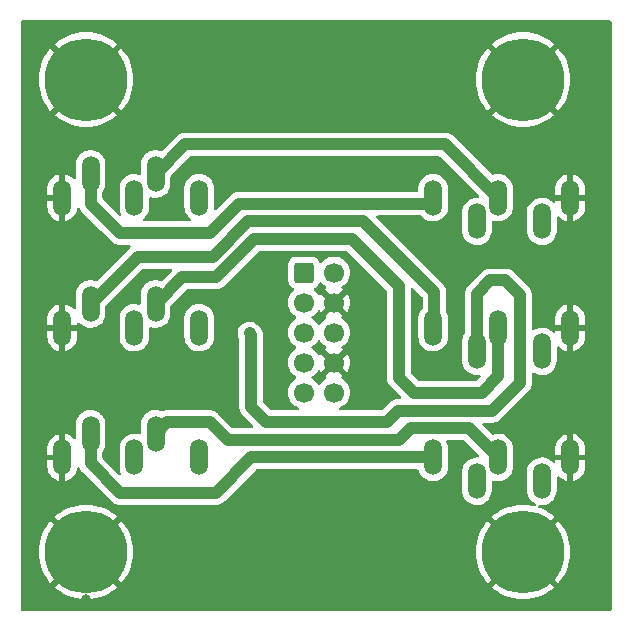
<source format=gtl>
G04 #@! TF.GenerationSoftware,KiCad,Pcbnew,7.0.7*
G04 #@! TF.CreationDate,2023-11-05T15:47:32+01:00*
G04 #@! TF.ProjectId,K_BF,4b5f4246-2e6b-4696-9361-645f70636258,rev?*
G04 #@! TF.SameCoordinates,Original*
G04 #@! TF.FileFunction,Copper,L1,Top*
G04 #@! TF.FilePolarity,Positive*
%FSLAX46Y46*%
G04 Gerber Fmt 4.6, Leading zero omitted, Abs format (unit mm)*
G04 Created by KiCad (PCBNEW 7.0.7) date 2023-11-05 15:47:32*
%MOMM*%
%LPD*%
G01*
G04 APERTURE LIST*
G04 Aperture macros list*
%AMRoundRect*
0 Rectangle with rounded corners*
0 $1 Rounding radius*
0 $2 $3 $4 $5 $6 $7 $8 $9 X,Y pos of 4 corners*
0 Add a 4 corners polygon primitive as box body*
4,1,4,$2,$3,$4,$5,$6,$7,$8,$9,$2,$3,0*
0 Add four circle primitives for the rounded corners*
1,1,$1+$1,$2,$3*
1,1,$1+$1,$4,$5*
1,1,$1+$1,$6,$7*
1,1,$1+$1,$8,$9*
0 Add four rect primitives between the rounded corners*
20,1,$1+$1,$2,$3,$4,$5,0*
20,1,$1+$1,$4,$5,$6,$7,0*
20,1,$1+$1,$6,$7,$8,$9,0*
20,1,$1+$1,$8,$9,$2,$3,0*%
G04 Aperture macros list end*
G04 #@! TA.AperFunction,ComponentPad*
%ADD10O,1.508000X3.016000*%
G04 #@! TD*
G04 #@! TA.AperFunction,ComponentPad*
%ADD11C,0.800000*%
G04 #@! TD*
G04 #@! TA.AperFunction,ComponentPad*
%ADD12C,7.000000*%
G04 #@! TD*
G04 #@! TA.AperFunction,ComponentPad*
%ADD13RoundRect,0.250000X-0.600000X-0.600000X0.600000X-0.600000X0.600000X0.600000X-0.600000X0.600000X0*%
G04 #@! TD*
G04 #@! TA.AperFunction,ComponentPad*
%ADD14C,1.700000*%
G04 #@! TD*
G04 #@! TA.AperFunction,ViaPad*
%ADD15C,0.800000*%
G04 #@! TD*
G04 #@! TA.AperFunction,Conductor*
%ADD16C,1.000000*%
G04 #@! TD*
G04 APERTURE END LIST*
D10*
X128000000Y-78000000D03*
X130400000Y-76000000D03*
X135900000Y-76000000D03*
X139600000Y-78000000D03*
X134100000Y-78000000D03*
X171000000Y-56000000D03*
X168600000Y-58000000D03*
X163100000Y-58000000D03*
X159400000Y-56000000D03*
X164900000Y-56000000D03*
D11*
X127518845Y-86143845D03*
X128287690Y-84287690D03*
X128287690Y-88000000D03*
D12*
X130000000Y-86000000D03*
D11*
X130143845Y-83518845D03*
X130143845Y-88768845D03*
X132000000Y-84287690D03*
X132000000Y-88000000D03*
X132768845Y-86143845D03*
D10*
X171000000Y-67000000D03*
X168600000Y-69000000D03*
X163100000Y-69000000D03*
X159400000Y-67000000D03*
X164900000Y-67000000D03*
D11*
X164375000Y-86000000D03*
X165143845Y-84143845D03*
X165143845Y-87856155D03*
X167000000Y-83375000D03*
D12*
X167000000Y-86000000D03*
D11*
X167000000Y-88625000D03*
X168856155Y-84143845D03*
X168856155Y-87856155D03*
X169625000Y-86000000D03*
D10*
X171000000Y-78000000D03*
X168600000Y-80000000D03*
X163100000Y-80000000D03*
X159400000Y-78000000D03*
X164900000Y-78000000D03*
X128000000Y-67000000D03*
X130400000Y-65000000D03*
X135900000Y-65000000D03*
X139600000Y-67000000D03*
X134100000Y-67000000D03*
D11*
X164375000Y-46000000D03*
X165143845Y-44143845D03*
X165143845Y-47856155D03*
X167000000Y-43375000D03*
D12*
X167000000Y-46000000D03*
D11*
X167000000Y-48625000D03*
X168856155Y-44143845D03*
X168856155Y-47856155D03*
X169625000Y-46000000D03*
D13*
X148460000Y-62340000D03*
D14*
X151000000Y-62340000D03*
X148460000Y-64880000D03*
X151000000Y-64880000D03*
X148460000Y-67420000D03*
X151000000Y-67420000D03*
X148460000Y-69960000D03*
X151000000Y-69960000D03*
X148460000Y-72500000D03*
X151000000Y-72500000D03*
D10*
X128000000Y-56000000D03*
X130400000Y-54000000D03*
X135900000Y-54000000D03*
X139600000Y-56000000D03*
X134100000Y-56000000D03*
D11*
X127375000Y-46000000D03*
X128143845Y-44143845D03*
X128143845Y-47856155D03*
X130000000Y-43375000D03*
D12*
X130000000Y-46000000D03*
D11*
X130000000Y-48625000D03*
X131856155Y-44143845D03*
X131856155Y-47856155D03*
X132625000Y-46000000D03*
D15*
X145000000Y-42500000D03*
X165000000Y-90000000D03*
X173000000Y-72000000D03*
X170000000Y-90000000D03*
X160000000Y-42500000D03*
X168750000Y-72000000D03*
X160000000Y-90000000D03*
X130000000Y-72500000D03*
X145000000Y-80000000D03*
X150000000Y-90000000D03*
X150000000Y-42500000D03*
X140000000Y-72500000D03*
X135000000Y-90000000D03*
X145000000Y-90000000D03*
X130000000Y-90000000D03*
X172500000Y-42500000D03*
X130000000Y-61000000D03*
X140000000Y-90000000D03*
X135000000Y-42500000D03*
X140000000Y-42500000D03*
X140000000Y-53000000D03*
X155000000Y-42500000D03*
X135000000Y-72500000D03*
X143500000Y-53000000D03*
X155000000Y-90000000D03*
X144000000Y-69462500D03*
X143850000Y-67500000D03*
D16*
X144000000Y-67650000D02*
X143850000Y-67500000D01*
X166750000Y-71694365D02*
X166750000Y-64247733D01*
X144000000Y-69462500D02*
X144000000Y-67650000D01*
X145250000Y-75000000D02*
X155500000Y-75000000D01*
X144000000Y-73750000D02*
X145250000Y-75000000D01*
X144000000Y-73750000D02*
X144000000Y-69462500D01*
X156450000Y-74050000D02*
X164394365Y-74050000D01*
X164394365Y-74050000D02*
X166750000Y-71694365D01*
X166750000Y-64247733D02*
X165502267Y-63000000D01*
X164250000Y-63000000D02*
X163100000Y-64150000D01*
X163100000Y-64150000D02*
X163100000Y-69000000D01*
X165502267Y-63000000D02*
X164250000Y-63000000D01*
X155500000Y-75000000D02*
X156450000Y-74050000D01*
X159400000Y-56000000D02*
X158900000Y-56500000D01*
X143000000Y-56500000D02*
X140500000Y-59000000D01*
X158900000Y-56500000D02*
X143000000Y-56500000D01*
X140500000Y-59000000D02*
X132892000Y-59000000D01*
X130400000Y-56508000D02*
X130400000Y-54000000D01*
X132892000Y-59000000D02*
X130400000Y-56508000D01*
X138400000Y-51500000D02*
X135900000Y-54000000D01*
X160400000Y-51500000D02*
X138400000Y-51500000D01*
X164900000Y-56000000D02*
X160400000Y-51500000D01*
X159500000Y-64000000D02*
X153500000Y-58000000D01*
X159500000Y-66900000D02*
X159500000Y-64000000D01*
X140750000Y-61000000D02*
X134400000Y-61000000D01*
X159400000Y-67000000D02*
X159500000Y-66900000D01*
X134400000Y-61000000D02*
X130400000Y-65000000D01*
X153500000Y-58000000D02*
X143750000Y-58000000D01*
X143750000Y-58000000D02*
X140750000Y-61000000D01*
X163500000Y-72500000D02*
X157750000Y-72500000D01*
X164900000Y-71100000D02*
X163500000Y-72500000D01*
X138150000Y-62750000D02*
X135900000Y-65000000D01*
X164900000Y-67000000D02*
X164900000Y-71100000D01*
X152500000Y-59500000D02*
X144250000Y-59500000D01*
X156500000Y-63500000D02*
X152500000Y-59500000D01*
X156500000Y-71250000D02*
X156500000Y-63500000D01*
X144250000Y-59500000D02*
X141000000Y-62750000D01*
X141000000Y-62750000D02*
X138150000Y-62750000D01*
X157750000Y-72500000D02*
X156500000Y-71250000D01*
X159400000Y-78000000D02*
X144000000Y-78000000D01*
X132892000Y-81000000D02*
X130400000Y-78508000D01*
X130400000Y-78508000D02*
X130400000Y-76000000D01*
X141000000Y-81000000D02*
X132892000Y-81000000D01*
X144000000Y-78000000D02*
X141000000Y-81000000D01*
X136900000Y-75000000D02*
X135900000Y-76000000D01*
X157500000Y-75500000D02*
X156500000Y-76500000D01*
X164900000Y-78000000D02*
X162400000Y-75500000D01*
X142000000Y-76500000D02*
X140500000Y-75000000D01*
X140500000Y-75000000D02*
X136900000Y-75000000D01*
X162400000Y-75500000D02*
X157500000Y-75500000D01*
X156500000Y-76500000D02*
X142000000Y-76500000D01*
G04 #@! TA.AperFunction,Conductor*
G36*
X131450766Y-87115895D02*
G01*
X131499488Y-87145935D01*
X131924859Y-87571306D01*
X131958344Y-87632629D01*
X131953360Y-87702321D01*
X131911488Y-87758254D01*
X131906070Y-87762088D01*
X131819760Y-87819759D01*
X131819759Y-87819760D01*
X131762088Y-87906070D01*
X131708476Y-87950874D01*
X131639151Y-87959581D01*
X131576124Y-87929426D01*
X131571306Y-87924859D01*
X131146687Y-87500240D01*
X131113202Y-87438917D01*
X131118186Y-87369225D01*
X131157056Y-87315612D01*
X131193640Y-87286438D01*
X131320910Y-87149273D01*
X131380937Y-87113520D01*
X131450766Y-87115895D01*
G37*
G04 #@! TD.AperFunction*
G04 #@! TA.AperFunction,Conductor*
G36*
X128631526Y-87117433D02*
G01*
X128679090Y-87149274D01*
X128806351Y-87286429D01*
X128806355Y-87286432D01*
X128806360Y-87286438D01*
X128829285Y-87304720D01*
X128842944Y-87315613D01*
X128883084Y-87372801D01*
X128885933Y-87442613D01*
X128853311Y-87500240D01*
X128579369Y-87774182D01*
X128518046Y-87807667D01*
X128448354Y-87802683D01*
X128422798Y-87789604D01*
X128409942Y-87781014D01*
X128385235Y-87764505D01*
X128385234Y-87764504D01*
X128385233Y-87764504D01*
X128385230Y-87764503D01*
X128312317Y-87750000D01*
X128312314Y-87750000D01*
X128263066Y-87750000D01*
X128206330Y-87761285D01*
X128136739Y-87755056D01*
X128081562Y-87712193D01*
X128058318Y-87646303D01*
X128074386Y-87578306D01*
X128094459Y-87551986D01*
X128500511Y-87145934D01*
X128561834Y-87112449D01*
X128631526Y-87117433D01*
G37*
G04 #@! TD.AperFunction*
G04 #@! TA.AperFunction,Conductor*
G36*
X131683001Y-84065958D02*
G01*
X131738934Y-84107830D01*
X131763351Y-84173294D01*
X131761285Y-84206330D01*
X131745102Y-84287691D01*
X131745102Y-84287692D01*
X131764503Y-84385230D01*
X131764504Y-84385233D01*
X131764504Y-84385234D01*
X131764505Y-84385235D01*
X131770258Y-84393845D01*
X131789604Y-84422798D01*
X131810481Y-84489476D01*
X131791996Y-84556856D01*
X131774182Y-84579369D01*
X131499487Y-84854064D01*
X131438164Y-84887549D01*
X131368472Y-84882565D01*
X131320910Y-84850726D01*
X131257021Y-84781871D01*
X131193643Y-84713564D01*
X131157054Y-84684385D01*
X131116914Y-84627196D01*
X131114065Y-84557384D01*
X131146687Y-84499758D01*
X131551986Y-84094459D01*
X131613309Y-84060974D01*
X131683001Y-84065958D01*
G37*
G04 #@! TD.AperFunction*
G04 #@! TA.AperFunction,Conductor*
G36*
X128711564Y-84358262D02*
G01*
X128716383Y-84362830D01*
X128853312Y-84499759D01*
X128886797Y-84561082D01*
X128881813Y-84630774D01*
X128842945Y-84684386D01*
X128806356Y-84713565D01*
X128679090Y-84850725D01*
X128619062Y-84886479D01*
X128549233Y-84884104D01*
X128500511Y-84854064D01*
X128362830Y-84716383D01*
X128329345Y-84655060D01*
X128334329Y-84585368D01*
X128376201Y-84529435D01*
X128381620Y-84525600D01*
X128385233Y-84523185D01*
X128385235Y-84523185D01*
X128467930Y-84467930D01*
X128523185Y-84385235D01*
X128523185Y-84385233D01*
X128525600Y-84381620D01*
X128579212Y-84336815D01*
X128648537Y-84328108D01*
X128711564Y-84358262D01*
G37*
G04 #@! TD.AperFunction*
G04 #@! TA.AperFunction,Conductor*
G36*
X168450766Y-87115895D02*
G01*
X168499488Y-87145935D01*
X168781014Y-87427461D01*
X168814499Y-87488784D01*
X168809515Y-87558476D01*
X168767643Y-87614409D01*
X168762225Y-87618243D01*
X168675915Y-87675914D01*
X168675914Y-87675915D01*
X168618243Y-87762225D01*
X168564631Y-87807029D01*
X168495306Y-87815736D01*
X168432279Y-87785581D01*
X168427461Y-87781014D01*
X168146687Y-87500240D01*
X168113202Y-87438917D01*
X168118186Y-87369225D01*
X168157056Y-87315612D01*
X168193640Y-87286438D01*
X168320910Y-87149273D01*
X168380937Y-87113520D01*
X168450766Y-87115895D01*
G37*
G04 #@! TD.AperFunction*
G04 #@! TA.AperFunction,Conductor*
G36*
X165631526Y-87117433D02*
G01*
X165679090Y-87149274D01*
X165806351Y-87286429D01*
X165806355Y-87286432D01*
X165806360Y-87286438D01*
X165829285Y-87304720D01*
X165842944Y-87315613D01*
X165883084Y-87372801D01*
X165885933Y-87442613D01*
X165853311Y-87500240D01*
X165572537Y-87781014D01*
X165511214Y-87814499D01*
X165441522Y-87809515D01*
X165385589Y-87767643D01*
X165381754Y-87762223D01*
X165324085Y-87675915D01*
X165237774Y-87618244D01*
X165192969Y-87564632D01*
X165184262Y-87495307D01*
X165214416Y-87432279D01*
X165218984Y-87427461D01*
X165500511Y-87145934D01*
X165561834Y-87112449D01*
X165631526Y-87117433D01*
G37*
G04 #@! TD.AperFunction*
G04 #@! TA.AperFunction,Conductor*
G36*
X168558476Y-84190483D02*
G01*
X168614409Y-84232355D01*
X168618244Y-84237774D01*
X168675915Y-84324085D01*
X168762223Y-84381754D01*
X168807029Y-84435366D01*
X168815736Y-84504691D01*
X168785582Y-84567718D01*
X168781014Y-84572537D01*
X168499487Y-84854064D01*
X168438164Y-84887549D01*
X168368472Y-84882565D01*
X168320910Y-84850726D01*
X168257021Y-84781871D01*
X168193643Y-84713564D01*
X168157054Y-84684385D01*
X168116914Y-84627196D01*
X168114065Y-84557384D01*
X168146687Y-84499758D01*
X168427461Y-84218984D01*
X168488784Y-84185499D01*
X168558476Y-84190483D01*
G37*
G04 #@! TD.AperFunction*
G04 #@! TA.AperFunction,Conductor*
G36*
X165567719Y-84214417D02*
G01*
X165572538Y-84218985D01*
X165853312Y-84499759D01*
X165886797Y-84561082D01*
X165881813Y-84630774D01*
X165842945Y-84684386D01*
X165806356Y-84713565D01*
X165679090Y-84850725D01*
X165619062Y-84886479D01*
X165549233Y-84884104D01*
X165500511Y-84854064D01*
X165218985Y-84572538D01*
X165185500Y-84511215D01*
X165190484Y-84441523D01*
X165232356Y-84385590D01*
X165237775Y-84381755D01*
X165241388Y-84379340D01*
X165241390Y-84379340D01*
X165324085Y-84324085D01*
X165379340Y-84241390D01*
X165379340Y-84241388D01*
X165381755Y-84237775D01*
X165435367Y-84192970D01*
X165504692Y-84184263D01*
X165567719Y-84214417D01*
G37*
G04 #@! TD.AperFunction*
G04 #@! TA.AperFunction,Conductor*
G36*
X150522064Y-70186894D02*
G01*
X150577998Y-70228765D01*
X150583039Y-70236025D01*
X150583048Y-70236039D01*
X150618239Y-70290798D01*
X150733602Y-70390759D01*
X150731293Y-70393422D01*
X150766006Y-70433499D01*
X150775935Y-70502660D01*
X150746898Y-70566210D01*
X150740882Y-70572669D01*
X150238625Y-71074925D01*
X150314594Y-71128119D01*
X150358219Y-71182696D01*
X150365413Y-71252194D01*
X150333890Y-71314549D01*
X150314595Y-71331269D01*
X150128594Y-71461508D01*
X149961505Y-71628597D01*
X149831575Y-71814158D01*
X149776998Y-71857783D01*
X149707500Y-71864977D01*
X149645145Y-71833454D01*
X149628425Y-71814158D01*
X149498494Y-71628597D01*
X149331402Y-71461506D01*
X149331396Y-71461501D01*
X149145842Y-71331575D01*
X149102217Y-71276998D01*
X149095023Y-71207500D01*
X149126546Y-71145145D01*
X149145842Y-71128425D01*
X149222248Y-71074925D01*
X149331401Y-70998495D01*
X149498495Y-70831401D01*
X149628732Y-70645403D01*
X149683307Y-70601780D01*
X149752805Y-70594586D01*
X149815160Y-70626109D01*
X149831880Y-70645405D01*
X149885073Y-70721373D01*
X150391050Y-70215395D01*
X150452373Y-70181910D01*
X150522064Y-70186894D01*
G37*
G04 #@! TD.AperFunction*
G04 #@! TA.AperFunction,Conductor*
G36*
X149814855Y-68086546D02*
G01*
X149831575Y-68105842D01*
X149961500Y-68291395D01*
X149961505Y-68291401D01*
X150128599Y-68458495D01*
X150306012Y-68582721D01*
X150314594Y-68588730D01*
X150358218Y-68643307D01*
X150365411Y-68712806D01*
X150333889Y-68775160D01*
X150314593Y-68791880D01*
X150238626Y-68845072D01*
X150238625Y-68845072D01*
X150740883Y-69347330D01*
X150774368Y-69408653D01*
X150769384Y-69478345D01*
X150732357Y-69527805D01*
X150733602Y-69529241D01*
X150618238Y-69629202D01*
X150583046Y-69683962D01*
X150530242Y-69729717D01*
X150461083Y-69739660D01*
X150397528Y-69710634D01*
X150391050Y-69704603D01*
X149885073Y-69198626D01*
X149831881Y-69274594D01*
X149777304Y-69318219D01*
X149707806Y-69325413D01*
X149645451Y-69293891D01*
X149628730Y-69274594D01*
X149498494Y-69088597D01*
X149331402Y-68921506D01*
X149331401Y-68921505D01*
X149165305Y-68805203D01*
X149145841Y-68791574D01*
X149102216Y-68736997D01*
X149095024Y-68667498D01*
X149126546Y-68605144D01*
X149145836Y-68588428D01*
X149331401Y-68458495D01*
X149498495Y-68291401D01*
X149628424Y-68105842D01*
X149683002Y-68062217D01*
X149752500Y-68055023D01*
X149814855Y-68086546D01*
G37*
G04 #@! TD.AperFunction*
G04 #@! TA.AperFunction,Conductor*
G36*
X150522064Y-65106894D02*
G01*
X150577998Y-65148765D01*
X150583039Y-65156025D01*
X150602270Y-65185949D01*
X150618239Y-65210798D01*
X150733602Y-65310759D01*
X150731293Y-65313422D01*
X150766006Y-65353499D01*
X150775935Y-65422660D01*
X150746898Y-65486210D01*
X150740882Y-65492669D01*
X150238625Y-65994925D01*
X150314594Y-66048119D01*
X150358219Y-66102696D01*
X150365413Y-66172194D01*
X150333890Y-66234549D01*
X150314595Y-66251269D01*
X150128594Y-66381508D01*
X149961505Y-66548597D01*
X149831575Y-66734158D01*
X149776998Y-66777783D01*
X149707500Y-66784977D01*
X149645145Y-66753454D01*
X149628425Y-66734158D01*
X149498494Y-66548597D01*
X149331402Y-66381506D01*
X149331396Y-66381501D01*
X149145842Y-66251575D01*
X149102217Y-66196998D01*
X149095023Y-66127500D01*
X149126546Y-66065145D01*
X149145842Y-66048425D01*
X149215000Y-66000000D01*
X149331401Y-65918495D01*
X149498495Y-65751401D01*
X149628732Y-65565403D01*
X149683307Y-65521780D01*
X149752805Y-65514586D01*
X149815160Y-65546109D01*
X149831880Y-65565405D01*
X149885073Y-65641373D01*
X150391050Y-65135395D01*
X150452373Y-65101910D01*
X150522064Y-65106894D01*
G37*
G04 #@! TD.AperFunction*
G04 #@! TA.AperFunction,Conductor*
G36*
X149920720Y-63178779D02*
G01*
X149957483Y-63207766D01*
X149957677Y-63207573D01*
X149959313Y-63209209D01*
X149960354Y-63210030D01*
X149961501Y-63211397D01*
X149961505Y-63211401D01*
X150128599Y-63378495D01*
X150310185Y-63505643D01*
X150314594Y-63508730D01*
X150358218Y-63563307D01*
X150365411Y-63632806D01*
X150333889Y-63695160D01*
X150314593Y-63711880D01*
X150238626Y-63765072D01*
X150238625Y-63765072D01*
X150740883Y-64267330D01*
X150774368Y-64328653D01*
X150769384Y-64398345D01*
X150732357Y-64447805D01*
X150733602Y-64449241D01*
X150618238Y-64549202D01*
X150583046Y-64603962D01*
X150530242Y-64649717D01*
X150461083Y-64659660D01*
X150397528Y-64630634D01*
X150391050Y-64624603D01*
X149885073Y-64118626D01*
X149831881Y-64194594D01*
X149777304Y-64238219D01*
X149707806Y-64245413D01*
X149645451Y-64213891D01*
X149628730Y-64194594D01*
X149498494Y-64008597D01*
X149331398Y-63841501D01*
X149330030Y-63840354D01*
X149329592Y-63839696D01*
X149327573Y-63837677D01*
X149327978Y-63837271D01*
X149291330Y-63782182D01*
X149290224Y-63712321D01*
X149327063Y-63652952D01*
X149370737Y-63627662D01*
X149379334Y-63624814D01*
X149528656Y-63532712D01*
X149652712Y-63408656D01*
X149744814Y-63259334D01*
X149747662Y-63250738D01*
X149787429Y-63193294D01*
X149851944Y-63166468D01*
X149920720Y-63178779D01*
G37*
G04 #@! TD.AperFunction*
G04 #@! TA.AperFunction,Conductor*
G36*
X131450766Y-47115895D02*
G01*
X131499488Y-47145935D01*
X131781014Y-47427461D01*
X131814499Y-47488784D01*
X131809515Y-47558476D01*
X131767643Y-47614409D01*
X131762225Y-47618243D01*
X131675915Y-47675914D01*
X131675914Y-47675915D01*
X131618243Y-47762225D01*
X131564631Y-47807029D01*
X131495306Y-47815736D01*
X131432279Y-47785581D01*
X131427461Y-47781014D01*
X131146687Y-47500240D01*
X131113202Y-47438917D01*
X131118186Y-47369225D01*
X131157056Y-47315612D01*
X131193640Y-47286438D01*
X131320910Y-47149273D01*
X131380937Y-47113520D01*
X131450766Y-47115895D01*
G37*
G04 #@! TD.AperFunction*
G04 #@! TA.AperFunction,Conductor*
G36*
X128631526Y-47117433D02*
G01*
X128679090Y-47149274D01*
X128806351Y-47286429D01*
X128806355Y-47286432D01*
X128806360Y-47286438D01*
X128829285Y-47304720D01*
X128842944Y-47315613D01*
X128883084Y-47372801D01*
X128885933Y-47442613D01*
X128853311Y-47500240D01*
X128572537Y-47781014D01*
X128511214Y-47814499D01*
X128441522Y-47809515D01*
X128385589Y-47767643D01*
X128381754Y-47762223D01*
X128324085Y-47675915D01*
X128237774Y-47618244D01*
X128192969Y-47564632D01*
X128184262Y-47495307D01*
X128214416Y-47432279D01*
X128218984Y-47427461D01*
X128500511Y-47145934D01*
X128561834Y-47112449D01*
X128631526Y-47117433D01*
G37*
G04 #@! TD.AperFunction*
G04 #@! TA.AperFunction,Conductor*
G36*
X131558476Y-44190483D02*
G01*
X131614409Y-44232355D01*
X131618244Y-44237774D01*
X131675915Y-44324085D01*
X131762223Y-44381754D01*
X131807029Y-44435366D01*
X131815736Y-44504691D01*
X131785582Y-44567718D01*
X131781014Y-44572537D01*
X131499487Y-44854064D01*
X131438164Y-44887549D01*
X131368472Y-44882565D01*
X131320910Y-44850726D01*
X131257021Y-44781871D01*
X131193643Y-44713564D01*
X131157054Y-44684385D01*
X131116914Y-44627196D01*
X131114065Y-44557384D01*
X131146687Y-44499758D01*
X131427461Y-44218984D01*
X131488784Y-44185499D01*
X131558476Y-44190483D01*
G37*
G04 #@! TD.AperFunction*
G04 #@! TA.AperFunction,Conductor*
G36*
X128567719Y-44214417D02*
G01*
X128572538Y-44218985D01*
X128853312Y-44499759D01*
X128886797Y-44561082D01*
X128881813Y-44630774D01*
X128842945Y-44684386D01*
X128806356Y-44713565D01*
X128679090Y-44850725D01*
X128619062Y-44886479D01*
X128549233Y-44884104D01*
X128500511Y-44854064D01*
X128218985Y-44572538D01*
X128185500Y-44511215D01*
X128190484Y-44441523D01*
X128232356Y-44385590D01*
X128237775Y-44381755D01*
X128241388Y-44379340D01*
X128241390Y-44379340D01*
X128324085Y-44324085D01*
X128379340Y-44241390D01*
X128379340Y-44241388D01*
X128381755Y-44237775D01*
X128435367Y-44192970D01*
X128504692Y-44184263D01*
X128567719Y-44214417D01*
G37*
G04 #@! TD.AperFunction*
G04 #@! TA.AperFunction,Conductor*
G36*
X168450766Y-47115895D02*
G01*
X168499488Y-47145935D01*
X168781014Y-47427461D01*
X168814499Y-47488784D01*
X168809515Y-47558476D01*
X168767643Y-47614409D01*
X168762225Y-47618243D01*
X168675915Y-47675914D01*
X168675914Y-47675915D01*
X168618243Y-47762225D01*
X168564631Y-47807029D01*
X168495306Y-47815736D01*
X168432279Y-47785581D01*
X168427461Y-47781014D01*
X168146687Y-47500240D01*
X168113202Y-47438917D01*
X168118186Y-47369225D01*
X168157056Y-47315612D01*
X168193640Y-47286438D01*
X168320910Y-47149273D01*
X168380937Y-47113520D01*
X168450766Y-47115895D01*
G37*
G04 #@! TD.AperFunction*
G04 #@! TA.AperFunction,Conductor*
G36*
X165631526Y-47117433D02*
G01*
X165679090Y-47149274D01*
X165806351Y-47286429D01*
X165806355Y-47286432D01*
X165806360Y-47286438D01*
X165829285Y-47304720D01*
X165842944Y-47315613D01*
X165883084Y-47372801D01*
X165885933Y-47442613D01*
X165853311Y-47500240D01*
X165572537Y-47781014D01*
X165511214Y-47814499D01*
X165441522Y-47809515D01*
X165385589Y-47767643D01*
X165381754Y-47762223D01*
X165324085Y-47675915D01*
X165237774Y-47618244D01*
X165192969Y-47564632D01*
X165184262Y-47495307D01*
X165214416Y-47432279D01*
X165218984Y-47427461D01*
X165500511Y-47145934D01*
X165561834Y-47112449D01*
X165631526Y-47117433D01*
G37*
G04 #@! TD.AperFunction*
G04 #@! TA.AperFunction,Conductor*
G36*
X168558476Y-44190483D02*
G01*
X168614409Y-44232355D01*
X168618244Y-44237774D01*
X168675915Y-44324085D01*
X168762223Y-44381754D01*
X168807029Y-44435366D01*
X168815736Y-44504691D01*
X168785582Y-44567718D01*
X168781014Y-44572537D01*
X168499487Y-44854064D01*
X168438164Y-44887549D01*
X168368472Y-44882565D01*
X168320910Y-44850726D01*
X168257021Y-44781871D01*
X168193643Y-44713564D01*
X168157054Y-44684385D01*
X168116914Y-44627196D01*
X168114065Y-44557384D01*
X168146687Y-44499758D01*
X168427461Y-44218984D01*
X168488784Y-44185499D01*
X168558476Y-44190483D01*
G37*
G04 #@! TD.AperFunction*
G04 #@! TA.AperFunction,Conductor*
G36*
X165567719Y-44214417D02*
G01*
X165572538Y-44218985D01*
X165853312Y-44499759D01*
X165886797Y-44561082D01*
X165881813Y-44630774D01*
X165842945Y-44684386D01*
X165806356Y-44713565D01*
X165679090Y-44850725D01*
X165619062Y-44886479D01*
X165549233Y-44884104D01*
X165500511Y-44854064D01*
X165218985Y-44572538D01*
X165185500Y-44511215D01*
X165190484Y-44441523D01*
X165232356Y-44385590D01*
X165237775Y-44381755D01*
X165241388Y-44379340D01*
X165241390Y-44379340D01*
X165324085Y-44324085D01*
X165379340Y-44241390D01*
X165379340Y-44241388D01*
X165381755Y-44237775D01*
X165435367Y-44192970D01*
X165504692Y-44184263D01*
X165567719Y-44214417D01*
G37*
G04 #@! TD.AperFunction*
G04 #@! TA.AperFunction,Conductor*
G36*
X174442539Y-41020185D02*
G01*
X174488294Y-41072989D01*
X174499500Y-41124500D01*
X174499500Y-90875500D01*
X174479815Y-90942539D01*
X174427011Y-90988294D01*
X174375500Y-90999500D01*
X124624500Y-90999500D01*
X124557461Y-90979815D01*
X124511706Y-90927011D01*
X124500500Y-90875500D01*
X124500500Y-85999999D01*
X125995176Y-85999999D01*
X126014461Y-86392550D01*
X126072129Y-86781308D01*
X126167625Y-87162549D01*
X126300016Y-87532559D01*
X126300023Y-87532575D01*
X126468062Y-87887864D01*
X126670109Y-88224958D01*
X126904228Y-88540632D01*
X127000068Y-88646376D01*
X127000069Y-88646376D01*
X127839676Y-87806769D01*
X127900999Y-87773284D01*
X127970690Y-87778268D01*
X128026624Y-87820140D01*
X128051041Y-87885604D01*
X128048975Y-87918640D01*
X128032792Y-88000001D01*
X128032792Y-88000002D01*
X128052193Y-88097540D01*
X128052194Y-88097543D01*
X128052194Y-88097544D01*
X128052195Y-88097545D01*
X128057948Y-88106155D01*
X128077294Y-88135108D01*
X128098171Y-88201786D01*
X128079686Y-88269166D01*
X128061872Y-88291679D01*
X127353622Y-88999929D01*
X127353622Y-88999930D01*
X127459367Y-89095771D01*
X127775041Y-89329890D01*
X128112135Y-89531937D01*
X128467424Y-89699976D01*
X128467440Y-89699983D01*
X128837450Y-89832374D01*
X129218691Y-89927870D01*
X129607449Y-89985538D01*
X129999999Y-90004823D01*
X130392550Y-89985538D01*
X130781308Y-89927870D01*
X131162549Y-89832374D01*
X131532559Y-89699983D01*
X131532575Y-89699976D01*
X131887864Y-89531937D01*
X132224958Y-89329890D01*
X132540632Y-89095770D01*
X132646376Y-88999929D01*
X132075140Y-88428693D01*
X132041655Y-88367370D01*
X132046639Y-88297678D01*
X132088511Y-88241745D01*
X132093930Y-88237910D01*
X132097543Y-88235495D01*
X132097545Y-88235495D01*
X132180240Y-88180240D01*
X132235495Y-88097545D01*
X132235495Y-88097543D01*
X132237910Y-88093930D01*
X132291522Y-88049125D01*
X132360847Y-88040418D01*
X132423874Y-88070572D01*
X132428693Y-88075140D01*
X132999929Y-88646376D01*
X133095770Y-88540632D01*
X133329890Y-88224958D01*
X133531937Y-87887864D01*
X133699976Y-87532575D01*
X133699983Y-87532559D01*
X133832374Y-87162549D01*
X133927870Y-86781308D01*
X133985538Y-86392550D01*
X134004823Y-85999999D01*
X162995176Y-85999999D01*
X163014461Y-86392550D01*
X163072129Y-86781308D01*
X163167625Y-87162549D01*
X163300016Y-87532559D01*
X163300023Y-87532575D01*
X163468062Y-87887864D01*
X163670109Y-88224958D01*
X163904228Y-88540632D01*
X164000068Y-88646376D01*
X164000069Y-88646376D01*
X164715151Y-87931294D01*
X164776474Y-87897809D01*
X164846165Y-87902793D01*
X164902099Y-87944665D01*
X164905934Y-87950084D01*
X164963605Y-88036395D01*
X165049913Y-88094064D01*
X165094719Y-88147676D01*
X165103426Y-88217001D01*
X165073272Y-88280028D01*
X165068704Y-88284847D01*
X164353622Y-88999929D01*
X164353622Y-88999930D01*
X164459367Y-89095771D01*
X164775041Y-89329890D01*
X165112135Y-89531937D01*
X165467424Y-89699976D01*
X165467440Y-89699983D01*
X165837450Y-89832374D01*
X166218691Y-89927870D01*
X166607449Y-89985538D01*
X167000000Y-90004823D01*
X167392550Y-89985538D01*
X167781308Y-89927870D01*
X168162549Y-89832374D01*
X168532559Y-89699983D01*
X168532575Y-89699976D01*
X168887864Y-89531937D01*
X169224958Y-89329890D01*
X169540632Y-89095770D01*
X169646376Y-88999929D01*
X168931295Y-88284848D01*
X168897810Y-88223525D01*
X168902794Y-88153833D01*
X168944666Y-88097900D01*
X168950085Y-88094065D01*
X168953698Y-88091650D01*
X168953700Y-88091650D01*
X169036395Y-88036395D01*
X169091650Y-87953700D01*
X169091650Y-87953698D01*
X169094065Y-87950085D01*
X169147677Y-87905280D01*
X169217002Y-87896573D01*
X169280029Y-87926727D01*
X169284848Y-87931295D01*
X169999929Y-88646376D01*
X170095770Y-88540632D01*
X170329890Y-88224958D01*
X170531937Y-87887864D01*
X170699976Y-87532575D01*
X170699983Y-87532559D01*
X170832374Y-87162549D01*
X170927870Y-86781308D01*
X170985538Y-86392550D01*
X171004823Y-85999999D01*
X170985538Y-85607449D01*
X170927870Y-85218691D01*
X170832374Y-84837450D01*
X170699983Y-84467440D01*
X170699976Y-84467424D01*
X170531937Y-84112135D01*
X170329890Y-83775041D01*
X170095771Y-83459367D01*
X169999930Y-83353622D01*
X169999929Y-83353622D01*
X169284847Y-84068704D01*
X169223524Y-84102189D01*
X169153832Y-84097205D01*
X169097899Y-84055333D01*
X169094064Y-84049913D01*
X169036395Y-83963605D01*
X168950084Y-83905934D01*
X168905279Y-83852322D01*
X168896572Y-83782997D01*
X168926726Y-83719969D01*
X168931294Y-83715151D01*
X169646376Y-83000069D01*
X169646376Y-83000068D01*
X169540632Y-82904228D01*
X169224958Y-82670109D01*
X168887864Y-82468062D01*
X168532576Y-82300023D01*
X168368241Y-82241224D01*
X168311752Y-82200105D01*
X168286460Y-82134973D01*
X168300397Y-82066508D01*
X168349136Y-82016445D01*
X168417204Y-82000681D01*
X168426659Y-82001594D01*
X168430911Y-82002169D01*
X168430924Y-82002172D01*
X168623413Y-82010816D01*
X168656506Y-82012303D01*
X168656506Y-82012302D01*
X168656510Y-82012303D01*
X168880281Y-81981991D01*
X169095043Y-81912211D01*
X169293894Y-81805204D01*
X169470442Y-81664411D01*
X169619014Y-81494357D01*
X169734834Y-81300507D01*
X169814180Y-81089092D01*
X169827620Y-81015030D01*
X169854500Y-80866909D01*
X169854500Y-79683834D01*
X169874185Y-79616795D01*
X169926989Y-79571040D01*
X169996147Y-79561096D01*
X170059703Y-79590121D01*
X170064192Y-79594208D01*
X170214981Y-79738378D01*
X170403363Y-79862729D01*
X170610929Y-79951446D01*
X170610932Y-79951447D01*
X170749999Y-79983188D01*
X170750000Y-79983188D01*
X170750000Y-79113346D01*
X170769685Y-79046307D01*
X170822489Y-79000552D01*
X170891647Y-78990608D01*
X170908937Y-78994370D01*
X170928108Y-78999999D01*
X170928110Y-79000000D01*
X170928111Y-79000000D01*
X171071890Y-79000000D01*
X171071890Y-78999999D01*
X171091063Y-78994369D01*
X171160932Y-78994368D01*
X171219711Y-79032141D01*
X171248737Y-79095696D01*
X171250000Y-79113346D01*
X171250000Y-79985587D01*
X171280165Y-79981503D01*
X171494845Y-79911749D01*
X171693614Y-79804786D01*
X171693623Y-79804780D01*
X171870087Y-79664055D01*
X171870102Y-79664041D01*
X172018607Y-79494062D01*
X172018608Y-79494060D01*
X172134378Y-79300296D01*
X172134380Y-79300291D01*
X172213696Y-79088958D01*
X172254000Y-78866864D01*
X172254000Y-78250000D01*
X171624000Y-78250000D01*
X171556961Y-78230315D01*
X171511206Y-78177511D01*
X171500000Y-78126000D01*
X171500000Y-77874000D01*
X171519685Y-77806961D01*
X171572489Y-77761206D01*
X171624000Y-77750000D01*
X172254000Y-77750000D01*
X172254000Y-77189685D01*
X172253999Y-77189683D01*
X172238835Y-77021183D01*
X172178788Y-76803606D01*
X172178782Y-76803591D01*
X172080849Y-76600230D01*
X172080845Y-76600222D01*
X171948173Y-76417615D01*
X171948166Y-76417607D01*
X171785018Y-76261621D01*
X171596636Y-76137270D01*
X171389072Y-76048554D01*
X171389066Y-76048552D01*
X171250000Y-76016811D01*
X171250000Y-76886653D01*
X171230315Y-76953692D01*
X171177511Y-76999447D01*
X171108353Y-77009391D01*
X171091067Y-77005631D01*
X171071889Y-77000000D01*
X170928111Y-77000000D01*
X170908933Y-77005631D01*
X170839064Y-77005630D01*
X170780286Y-76967855D01*
X170751262Y-76904299D01*
X170750000Y-76886653D01*
X170750000Y-76014411D01*
X170719828Y-76018498D01*
X170719825Y-76018499D01*
X170505154Y-76088250D01*
X170306385Y-76195213D01*
X170306376Y-76195219D01*
X170129912Y-76335944D01*
X170129897Y-76335958D01*
X169981392Y-76505937D01*
X169981391Y-76505939D01*
X169865621Y-76699703D01*
X169865619Y-76699708D01*
X169786303Y-76911041D01*
X169746000Y-77133135D01*
X169746000Y-77750000D01*
X170376000Y-77750000D01*
X170443039Y-77769685D01*
X170488794Y-77822489D01*
X170500000Y-77874000D01*
X170500000Y-78126000D01*
X170480315Y-78193039D01*
X170427511Y-78238794D01*
X170376000Y-78250000D01*
X169746000Y-78250000D01*
X169746000Y-78315951D01*
X169726315Y-78382990D01*
X169673511Y-78428745D01*
X169604353Y-78438689D01*
X169540797Y-78409664D01*
X169536322Y-78405590D01*
X169385330Y-78261228D01*
X169385328Y-78261226D01*
X169196874Y-78136828D01*
X169145330Y-78114797D01*
X168989229Y-78048077D01*
X168989222Y-78048075D01*
X168989221Y-78048075D01*
X168832494Y-78012303D01*
X168769076Y-77997828D01*
X168760486Y-77997442D01*
X168543493Y-77987696D01*
X168417918Y-78004707D01*
X168319719Y-78018009D01*
X168319716Y-78018009D01*
X168319715Y-78018010D01*
X168104955Y-78087789D01*
X167906108Y-78194794D01*
X167906105Y-78194796D01*
X167729560Y-78335586D01*
X167580988Y-78505639D01*
X167465166Y-78699493D01*
X167385819Y-78910908D01*
X167345500Y-79133090D01*
X167345500Y-80810339D01*
X167360670Y-80978906D01*
X167420741Y-81196570D01*
X167420747Y-81196585D01*
X167518719Y-81400026D01*
X167518723Y-81400034D01*
X167651448Y-81582715D01*
X167651449Y-81582717D01*
X167814671Y-81738773D01*
X168003125Y-81863171D01*
X168003127Y-81863172D01*
X168003129Y-81863173D01*
X168062244Y-81888439D01*
X168116151Y-81932888D01*
X168137471Y-81999425D01*
X168119433Y-82066926D01*
X168067765Y-82113960D01*
X167998871Y-82125594D01*
X167983379Y-82122745D01*
X167781310Y-82072129D01*
X167392550Y-82014461D01*
X167000000Y-81995176D01*
X166607449Y-82014461D01*
X166218691Y-82072129D01*
X165837450Y-82167625D01*
X165467440Y-82300016D01*
X165467424Y-82300023D01*
X165112135Y-82468062D01*
X164775041Y-82670109D01*
X164459368Y-82904228D01*
X164353622Y-83000069D01*
X165068704Y-83715151D01*
X165102189Y-83776474D01*
X165097205Y-83846166D01*
X165055333Y-83902099D01*
X165049915Y-83905933D01*
X164963605Y-83963604D01*
X164963604Y-83963605D01*
X164905933Y-84049915D01*
X164852321Y-84094719D01*
X164782996Y-84103426D01*
X164719969Y-84073271D01*
X164715151Y-84068704D01*
X164000069Y-83353622D01*
X163904228Y-83459368D01*
X163670109Y-83775041D01*
X163468062Y-84112135D01*
X163300023Y-84467424D01*
X163300016Y-84467440D01*
X163167625Y-84837450D01*
X163072129Y-85218691D01*
X163014461Y-85607449D01*
X162995176Y-85999999D01*
X134004823Y-85999999D01*
X133985538Y-85607449D01*
X133927870Y-85218691D01*
X133832374Y-84837450D01*
X133699983Y-84467440D01*
X133699976Y-84467424D01*
X133531937Y-84112135D01*
X133329890Y-83775041D01*
X133095771Y-83459367D01*
X132999930Y-83353622D01*
X132999929Y-83353622D01*
X132291679Y-84061872D01*
X132230356Y-84095357D01*
X132160664Y-84090373D01*
X132135108Y-84077294D01*
X132122252Y-84068704D01*
X132097545Y-84052195D01*
X132097544Y-84052194D01*
X132097543Y-84052194D01*
X132097540Y-84052193D01*
X132024627Y-84037690D01*
X132024624Y-84037690D01*
X131975376Y-84037690D01*
X131918640Y-84048975D01*
X131849049Y-84042746D01*
X131793872Y-83999883D01*
X131770628Y-83933993D01*
X131786696Y-83865996D01*
X131806769Y-83839676D01*
X132646376Y-83000069D01*
X132646376Y-83000068D01*
X132540632Y-82904228D01*
X132224958Y-82670109D01*
X131887864Y-82468062D01*
X131532575Y-82300023D01*
X131532559Y-82300016D01*
X131162549Y-82167625D01*
X130781308Y-82072129D01*
X130392550Y-82014461D01*
X129999999Y-81995176D01*
X129607449Y-82014461D01*
X129218691Y-82072129D01*
X128837450Y-82167625D01*
X128467440Y-82300016D01*
X128467424Y-82300023D01*
X128112135Y-82468062D01*
X127775041Y-82670109D01*
X127459368Y-82904228D01*
X127353622Y-83000069D01*
X128212549Y-83858996D01*
X128246034Y-83920319D01*
X128241050Y-83990011D01*
X128199178Y-84045944D01*
X128193760Y-84049778D01*
X128107450Y-84107449D01*
X128107449Y-84107450D01*
X128049778Y-84193760D01*
X127996166Y-84238564D01*
X127926841Y-84247271D01*
X127863814Y-84217116D01*
X127858996Y-84212549D01*
X127000069Y-83353622D01*
X126904228Y-83459368D01*
X126670109Y-83775041D01*
X126468062Y-84112135D01*
X126300023Y-84467424D01*
X126300016Y-84467440D01*
X126167625Y-84837450D01*
X126072129Y-85218691D01*
X126014461Y-85607449D01*
X125995176Y-85999999D01*
X124500500Y-85999999D01*
X124500500Y-78810316D01*
X126746000Y-78810316D01*
X126761164Y-78978816D01*
X126821211Y-79196393D01*
X126821217Y-79196408D01*
X126919150Y-79399769D01*
X126919154Y-79399777D01*
X127051826Y-79582384D01*
X127051833Y-79582392D01*
X127214981Y-79738378D01*
X127403363Y-79862729D01*
X127610927Y-79951445D01*
X127610935Y-79951448D01*
X127749998Y-79983188D01*
X127749999Y-79983188D01*
X127749999Y-79113346D01*
X127769684Y-79046307D01*
X127822488Y-79000552D01*
X127891646Y-78990608D01*
X127908929Y-78994367D01*
X127928111Y-79000000D01*
X127928112Y-79000000D01*
X128071890Y-79000000D01*
X128071890Y-78999999D01*
X128091063Y-78994369D01*
X128160932Y-78994368D01*
X128219711Y-79032141D01*
X128248737Y-79095696D01*
X128250000Y-79113346D01*
X128250000Y-79985587D01*
X128280165Y-79981503D01*
X128494845Y-79911749D01*
X128693614Y-79804786D01*
X128693623Y-79804780D01*
X128870087Y-79664055D01*
X128870102Y-79664041D01*
X129018607Y-79494062D01*
X129018608Y-79494060D01*
X129134378Y-79300296D01*
X129134380Y-79300291D01*
X129213696Y-79088958D01*
X129213696Y-79088956D01*
X129241580Y-78935303D01*
X129272918Y-78872855D01*
X129333043Y-78837264D01*
X129402865Y-78839828D01*
X129460217Y-78879735D01*
X129472089Y-78899478D01*
X129472789Y-78899090D01*
X129492509Y-78934619D01*
X129495879Y-78941714D01*
X129508622Y-78973614D01*
X129508627Y-78973624D01*
X129526340Y-79000500D01*
X129539313Y-79020185D01*
X129542377Y-79024833D01*
X129544818Y-79028863D01*
X129574588Y-79082498D01*
X129574589Y-79082499D01*
X129574591Y-79082502D01*
X129596968Y-79108567D01*
X129601693Y-79114835D01*
X129613725Y-79133090D01*
X129620598Y-79143519D01*
X129663978Y-79186899D01*
X129667169Y-79190343D01*
X129707131Y-79236892D01*
X129707130Y-79236892D01*
X129734299Y-79257923D01*
X129740186Y-79263107D01*
X131287418Y-80810339D01*
X132175547Y-81698468D01*
X132236938Y-81763051D01*
X132236943Y-81763055D01*
X132267545Y-81784354D01*
X132287303Y-81798106D01*
X132291044Y-81800926D01*
X132338593Y-81839698D01*
X132369045Y-81855604D01*
X132375756Y-81859671D01*
X132403951Y-81879295D01*
X132460332Y-81903490D01*
X132464567Y-81905501D01*
X132518951Y-81933909D01*
X132551973Y-81943356D01*
X132559365Y-81945989D01*
X132590940Y-81959539D01*
X132590941Y-81959540D01*
X132604054Y-81962234D01*
X132651055Y-81971892D01*
X132655595Y-81973006D01*
X132714582Y-81989886D01*
X132748841Y-81992494D01*
X132756609Y-81993585D01*
X132790255Y-82000500D01*
X132790259Y-82000500D01*
X132851601Y-82000500D01*
X132856308Y-82000678D01*
X132883597Y-82002757D01*
X132917475Y-82005337D01*
X132917475Y-82005336D01*
X132917476Y-82005337D01*
X132951559Y-82000996D01*
X132959389Y-82000500D01*
X140987284Y-82000500D01*
X141076358Y-82002757D01*
X141076358Y-82002756D01*
X141076363Y-82002757D01*
X141136753Y-81991932D01*
X141141412Y-81991280D01*
X141183607Y-81986988D01*
X141202438Y-81985074D01*
X141235227Y-81974786D01*
X141242840Y-81972918D01*
X141276653Y-81966858D01*
X141333621Y-81944101D01*
X141338053Y-81942524D01*
X141396588Y-81924159D01*
X141426627Y-81907484D01*
X141433708Y-81904122D01*
X141465617Y-81891377D01*
X141516854Y-81857608D01*
X141520851Y-81855187D01*
X141574502Y-81825409D01*
X141600568Y-81803030D01*
X141606843Y-81798300D01*
X141607145Y-81798101D01*
X141635519Y-81779402D01*
X141678917Y-81736002D01*
X141682336Y-81732834D01*
X141728895Y-81692866D01*
X141749931Y-81665688D01*
X141755101Y-81659818D01*
X144378101Y-79036819D01*
X144439425Y-79003334D01*
X144465783Y-79000500D01*
X158072217Y-79000500D01*
X158139256Y-79020185D01*
X158185011Y-79072989D01*
X158191748Y-79091512D01*
X158220741Y-79196570D01*
X158220747Y-79196585D01*
X158318719Y-79400026D01*
X158318723Y-79400034D01*
X158451448Y-79582715D01*
X158451449Y-79582717D01*
X158451452Y-79582720D01*
X158451453Y-79582721D01*
X158487092Y-79616795D01*
X158614671Y-79738773D01*
X158803125Y-79863171D01*
X158803127Y-79863172D01*
X158803129Y-79863173D01*
X159010771Y-79951923D01*
X159230924Y-80002172D01*
X159422153Y-80010760D01*
X159456506Y-80012303D01*
X159456506Y-80012302D01*
X159456510Y-80012303D01*
X159680281Y-79981991D01*
X159895043Y-79912211D01*
X160093894Y-79805204D01*
X160270442Y-79664411D01*
X160419014Y-79494357D01*
X160534834Y-79300507D01*
X160614180Y-79089092D01*
X160632052Y-78990608D01*
X160654500Y-78866909D01*
X160654500Y-77189662D01*
X160654500Y-77189657D01*
X160639329Y-77021095D01*
X160639329Y-77021093D01*
X160579258Y-76803429D01*
X160579252Y-76803414D01*
X160519001Y-76678301D01*
X160507649Y-76609360D01*
X160535371Y-76545226D01*
X160593367Y-76506260D01*
X160630721Y-76500500D01*
X161934217Y-76500500D01*
X162001256Y-76520185D01*
X162021898Y-76536819D01*
X162748137Y-77263058D01*
X163267074Y-77781994D01*
X163300559Y-77843317D01*
X163295575Y-77913009D01*
X163253703Y-77968942D01*
X163188239Y-77993359D01*
X163173830Y-77993550D01*
X163043493Y-77987696D01*
X162917918Y-78004707D01*
X162819719Y-78018009D01*
X162819716Y-78018009D01*
X162819715Y-78018010D01*
X162604955Y-78087789D01*
X162406108Y-78194794D01*
X162406105Y-78194796D01*
X162229560Y-78335586D01*
X162080988Y-78505639D01*
X161965166Y-78699493D01*
X161885819Y-78910908D01*
X161845500Y-79133090D01*
X161845500Y-80810339D01*
X161860670Y-80978906D01*
X161920741Y-81196570D01*
X161920747Y-81196585D01*
X162018719Y-81400026D01*
X162018723Y-81400034D01*
X162151448Y-81582715D01*
X162151449Y-81582717D01*
X162314671Y-81738773D01*
X162503125Y-81863171D01*
X162503127Y-81863172D01*
X162503129Y-81863173D01*
X162710771Y-81951923D01*
X162930924Y-82002172D01*
X163122153Y-82010760D01*
X163156506Y-82012303D01*
X163156506Y-82012302D01*
X163156510Y-82012303D01*
X163380281Y-81981991D01*
X163595043Y-81912211D01*
X163793894Y-81805204D01*
X163970442Y-81664411D01*
X164119014Y-81494357D01*
X164234834Y-81300507D01*
X164314180Y-81089092D01*
X164354500Y-80866907D01*
X164354500Y-80071742D01*
X164374183Y-80004707D01*
X164426987Y-79958952D01*
X164496146Y-79949008D01*
X164506092Y-79950855D01*
X164510770Y-79951922D01*
X164510771Y-79951923D01*
X164730924Y-80002172D01*
X164922153Y-80010760D01*
X164956506Y-80012303D01*
X164956506Y-80012302D01*
X164956510Y-80012303D01*
X165180281Y-79981991D01*
X165395043Y-79912211D01*
X165593894Y-79805204D01*
X165770442Y-79664411D01*
X165919014Y-79494357D01*
X166034834Y-79300507D01*
X166114180Y-79089092D01*
X166132052Y-78990608D01*
X166154500Y-78866909D01*
X166154500Y-77189662D01*
X166154500Y-77189657D01*
X166139329Y-77021095D01*
X166139329Y-77021093D01*
X166079258Y-76803429D01*
X166079252Y-76803414D01*
X166074861Y-76794297D01*
X166001590Y-76642147D01*
X165981280Y-76599973D01*
X165981276Y-76599965D01*
X165848551Y-76417284D01*
X165848550Y-76417282D01*
X165685328Y-76261226D01*
X165496874Y-76136828D01*
X165445330Y-76114797D01*
X165289229Y-76048077D01*
X165289222Y-76048075D01*
X165289221Y-76048075D01*
X165167027Y-76020185D01*
X165069076Y-75997828D01*
X165060486Y-75997442D01*
X164843493Y-75987696D01*
X164698522Y-76007334D01*
X164619719Y-76018009D01*
X164619717Y-76018009D01*
X164619714Y-76018010D01*
X164475528Y-76064859D01*
X164405687Y-76066854D01*
X164349529Y-76034609D01*
X163577101Y-75262181D01*
X163543616Y-75200858D01*
X163548600Y-75131166D01*
X163590472Y-75075233D01*
X163655936Y-75050816D01*
X163664782Y-75050500D01*
X164381649Y-75050500D01*
X164470723Y-75052757D01*
X164470723Y-75052756D01*
X164470728Y-75052757D01*
X164531118Y-75041932D01*
X164535777Y-75041280D01*
X164577972Y-75036988D01*
X164596803Y-75035074D01*
X164629592Y-75024786D01*
X164637205Y-75022918D01*
X164671018Y-75016858D01*
X164727986Y-74994101D01*
X164732418Y-74992524D01*
X164790953Y-74974159D01*
X164820992Y-74957484D01*
X164828073Y-74954122D01*
X164859982Y-74941377D01*
X164911219Y-74907608D01*
X164915216Y-74905187D01*
X164968867Y-74875409D01*
X164994933Y-74853030D01*
X165001208Y-74848300D01*
X165029884Y-74829402D01*
X165073257Y-74786027D01*
X165076715Y-74782823D01*
X165079978Y-74780020D01*
X165123260Y-74742866D01*
X165144293Y-74715691D01*
X165149463Y-74709821D01*
X167448468Y-72410816D01*
X167513053Y-72349424D01*
X167548099Y-72299071D01*
X167550938Y-72295306D01*
X167575979Y-72264596D01*
X167589698Y-72247772D01*
X167605601Y-72217325D01*
X167609674Y-72210604D01*
X167614489Y-72203685D01*
X167629295Y-72182414D01*
X167653492Y-72126025D01*
X167655498Y-72121800D01*
X167683909Y-72067414D01*
X167693360Y-72034380D01*
X167695991Y-72026993D01*
X167709540Y-71995423D01*
X167721893Y-71935305D01*
X167723006Y-71930777D01*
X167739887Y-71871783D01*
X167742495Y-71837520D01*
X167743587Y-71829741D01*
X167744665Y-71824500D01*
X167750500Y-71796106D01*
X167750500Y-71734766D01*
X167750679Y-71730057D01*
X167755337Y-71668891D01*
X167750997Y-71634807D01*
X167750500Y-71626968D01*
X167750500Y-70926844D01*
X167770185Y-70859805D01*
X167822989Y-70814050D01*
X167892147Y-70804106D01*
X167942812Y-70823358D01*
X167998026Y-70859805D01*
X168003129Y-70863173D01*
X168210771Y-70951923D01*
X168430924Y-71002172D01*
X168622153Y-71010760D01*
X168656506Y-71012303D01*
X168656506Y-71012302D01*
X168656510Y-71012303D01*
X168880281Y-70981991D01*
X169095043Y-70912211D01*
X169293894Y-70805204D01*
X169470442Y-70664411D01*
X169619014Y-70494357D01*
X169734834Y-70300507D01*
X169814180Y-70089092D01*
X169827620Y-70015030D01*
X169854500Y-69866909D01*
X169854500Y-68683834D01*
X169874185Y-68616795D01*
X169926989Y-68571040D01*
X169996147Y-68561096D01*
X170059703Y-68590121D01*
X170064192Y-68594208D01*
X170214981Y-68738378D01*
X170403363Y-68862729D01*
X170610929Y-68951446D01*
X170610932Y-68951447D01*
X170749999Y-68983188D01*
X170750000Y-68983188D01*
X170750000Y-68113346D01*
X170769685Y-68046307D01*
X170822489Y-68000552D01*
X170891647Y-67990608D01*
X170908937Y-67994370D01*
X170928108Y-67999999D01*
X170928110Y-68000000D01*
X170928111Y-68000000D01*
X171071890Y-68000000D01*
X171071890Y-67999999D01*
X171091063Y-67994369D01*
X171160932Y-67994368D01*
X171219711Y-68032141D01*
X171248737Y-68095696D01*
X171250000Y-68113346D01*
X171250000Y-68985587D01*
X171280165Y-68981503D01*
X171494845Y-68911749D01*
X171693614Y-68804786D01*
X171693623Y-68804780D01*
X171870087Y-68664055D01*
X171870102Y-68664041D01*
X172018607Y-68494062D01*
X172018608Y-68494060D01*
X172134378Y-68300296D01*
X172134380Y-68300291D01*
X172213696Y-68088958D01*
X172254000Y-67866864D01*
X172254000Y-67250000D01*
X171624000Y-67250000D01*
X171556961Y-67230315D01*
X171511206Y-67177511D01*
X171500000Y-67126000D01*
X171500000Y-66874000D01*
X171519685Y-66806961D01*
X171572489Y-66761206D01*
X171624000Y-66750000D01*
X172254000Y-66750000D01*
X172254000Y-66189685D01*
X172253999Y-66189683D01*
X172238835Y-66021183D01*
X172178788Y-65803606D01*
X172178782Y-65803591D01*
X172080849Y-65600230D01*
X172080845Y-65600222D01*
X171948173Y-65417615D01*
X171948166Y-65417607D01*
X171785018Y-65261621D01*
X171596636Y-65137270D01*
X171389072Y-65048554D01*
X171389066Y-65048552D01*
X171250000Y-65016811D01*
X171250000Y-65886653D01*
X171230315Y-65953692D01*
X171177511Y-65999447D01*
X171108353Y-66009391D01*
X171091067Y-66005631D01*
X171071889Y-66000000D01*
X170928111Y-66000000D01*
X170908933Y-66005631D01*
X170839064Y-66005630D01*
X170780286Y-65967855D01*
X170751262Y-65904299D01*
X170750000Y-65886653D01*
X170750000Y-65014411D01*
X170719828Y-65018498D01*
X170719825Y-65018499D01*
X170505154Y-65088250D01*
X170306385Y-65195213D01*
X170306376Y-65195219D01*
X170129912Y-65335944D01*
X170129897Y-65335958D01*
X169981392Y-65505937D01*
X169981391Y-65505939D01*
X169865621Y-65699703D01*
X169865619Y-65699708D01*
X169786303Y-65911041D01*
X169746000Y-66133135D01*
X169746000Y-66750000D01*
X170376000Y-66750000D01*
X170443039Y-66769685D01*
X170488794Y-66822489D01*
X170500000Y-66874000D01*
X170500000Y-67126000D01*
X170480315Y-67193039D01*
X170427511Y-67238794D01*
X170376000Y-67250000D01*
X169746000Y-67250000D01*
X169746000Y-67315951D01*
X169726315Y-67382990D01*
X169673511Y-67428745D01*
X169604353Y-67438689D01*
X169540797Y-67409664D01*
X169536322Y-67405590D01*
X169385330Y-67261228D01*
X169385328Y-67261226D01*
X169196874Y-67136828D01*
X169082140Y-67087789D01*
X168989229Y-67048077D01*
X168989222Y-67048075D01*
X168989221Y-67048075D01*
X168857494Y-67018009D01*
X168769076Y-66997828D01*
X168760486Y-66997442D01*
X168543493Y-66987696D01*
X168417918Y-67004707D01*
X168319719Y-67018009D01*
X168319716Y-67018009D01*
X168319715Y-67018010D01*
X168104955Y-67087789D01*
X167933260Y-67180183D01*
X167864897Y-67194617D01*
X167799583Y-67169799D01*
X167758055Y-67113611D01*
X167750500Y-67070989D01*
X167750500Y-64260448D01*
X167752757Y-64171374D01*
X167752756Y-64171373D01*
X167752757Y-64171370D01*
X167741933Y-64110982D01*
X167741280Y-64106320D01*
X167735074Y-64045296D01*
X167735074Y-64045295D01*
X167724784Y-64012501D01*
X167722917Y-64004888D01*
X167722638Y-64003334D01*
X167716858Y-63971080D01*
X167694100Y-63914107D01*
X167692521Y-63909671D01*
X167692316Y-63909019D01*
X167674159Y-63851145D01*
X167674158Y-63851143D01*
X167674157Y-63851140D01*
X167657488Y-63821111D01*
X167654117Y-63814011D01*
X167647545Y-63797557D01*
X167641377Y-63782116D01*
X167607620Y-63730896D01*
X167605180Y-63726867D01*
X167593578Y-63705965D01*
X167575409Y-63673231D01*
X167575407Y-63673228D01*
X167558000Y-63652952D01*
X167553030Y-63647164D01*
X167548302Y-63640892D01*
X167542973Y-63632806D01*
X167529402Y-63612214D01*
X167486012Y-63568824D01*
X167482822Y-63565381D01*
X167442867Y-63518839D01*
X167442863Y-63518835D01*
X167415698Y-63497807D01*
X167409803Y-63492615D01*
X166218718Y-62301531D01*
X166157328Y-62236949D01*
X166157327Y-62236948D01*
X166157326Y-62236947D01*
X166121744Y-62212181D01*
X166106976Y-62201902D01*
X166103213Y-62199064D01*
X166055680Y-62160305D01*
X166055673Y-62160300D01*
X166025226Y-62144397D01*
X166018518Y-62140334D01*
X165990316Y-62120705D01*
X165990313Y-62120703D01*
X165990312Y-62120703D01*
X165990308Y-62120701D01*
X165933947Y-62096514D01*
X165929691Y-62094493D01*
X165875324Y-62066094D01*
X165875317Y-62066091D01*
X165875316Y-62066091D01*
X165869275Y-62064362D01*
X165842297Y-62056642D01*
X165834897Y-62054008D01*
X165803324Y-62040459D01*
X165803325Y-62040459D01*
X165743233Y-62028109D01*
X165738658Y-62026986D01*
X165679687Y-62010113D01*
X165679692Y-62010113D01*
X165645425Y-62007503D01*
X165637647Y-62006412D01*
X165604009Y-61999500D01*
X165604008Y-61999500D01*
X165542669Y-61999500D01*
X165537962Y-61999321D01*
X165532388Y-61998896D01*
X165476791Y-61994662D01*
X165456856Y-61997201D01*
X165442707Y-61999003D01*
X165434878Y-61999500D01*
X164262717Y-61999500D01*
X164173637Y-61997243D01*
X164173628Y-61997243D01*
X164113260Y-62008064D01*
X164108595Y-62008718D01*
X164047563Y-62014925D01*
X164047555Y-62014927D01*
X164014781Y-62025210D01*
X164007154Y-62027082D01*
X163973350Y-62033141D01*
X163916384Y-62055894D01*
X163911948Y-62057473D01*
X163853414Y-62075840D01*
X163853412Y-62075841D01*
X163823385Y-62092506D01*
X163816293Y-62095874D01*
X163784383Y-62108621D01*
X163733154Y-62142383D01*
X163729126Y-62144824D01*
X163675502Y-62174588D01*
X163675499Y-62174590D01*
X163649427Y-62196970D01*
X163643160Y-62201695D01*
X163614482Y-62220598D01*
X163614475Y-62220603D01*
X163571116Y-62263962D01*
X163567661Y-62267164D01*
X163521106Y-62307132D01*
X163521105Y-62307133D01*
X163500076Y-62334300D01*
X163494884Y-62340194D01*
X162401532Y-63433546D01*
X162336946Y-63494942D01*
X162301899Y-63545294D01*
X162299062Y-63549056D01*
X162260302Y-63596592D01*
X162260299Y-63596597D01*
X162244392Y-63627047D01*
X162240324Y-63633761D01*
X162220702Y-63661954D01*
X162196509Y-63718330D01*
X162194488Y-63722584D01*
X162166091Y-63776951D01*
X162166090Y-63776952D01*
X162156640Y-63809975D01*
X162154007Y-63817371D01*
X162140459Y-63848943D01*
X162128113Y-63909019D01*
X162126990Y-63913595D01*
X162110113Y-63972577D01*
X162110113Y-63972579D01*
X162107503Y-64006841D01*
X162106414Y-64014608D01*
X162105269Y-64020185D01*
X162099500Y-64048258D01*
X162099500Y-64109597D01*
X162099321Y-64114306D01*
X162094662Y-64175474D01*
X162096707Y-64191527D01*
X162099003Y-64209560D01*
X162099500Y-64217388D01*
X162099500Y-67440434D01*
X162081948Y-67504034D01*
X162080988Y-67505640D01*
X162080986Y-67505643D01*
X162038736Y-67576358D01*
X161965166Y-67699493D01*
X161885819Y-67910908D01*
X161845500Y-68133090D01*
X161845500Y-69810339D01*
X161860670Y-69978906D01*
X161920741Y-70196570D01*
X161920747Y-70196585D01*
X162018719Y-70400026D01*
X162018723Y-70400034D01*
X162151448Y-70582715D01*
X162151449Y-70582717D01*
X162151452Y-70582720D01*
X162151453Y-70582721D01*
X162208829Y-70637578D01*
X162314671Y-70738773D01*
X162503125Y-70863171D01*
X162503127Y-70863172D01*
X162503129Y-70863173D01*
X162710771Y-70951923D01*
X162930924Y-71002172D01*
X163156510Y-71012303D01*
X163273780Y-70996417D01*
X163342852Y-71006924D01*
X163395281Y-71053108D01*
X163414418Y-71120306D01*
X163394187Y-71187183D01*
X163378103Y-71206976D01*
X163121899Y-71463181D01*
X163060576Y-71496666D01*
X163034218Y-71499500D01*
X158215783Y-71499500D01*
X158148744Y-71479815D01*
X158128102Y-71463181D01*
X157536819Y-70871898D01*
X157503334Y-70810575D01*
X157500500Y-70784217D01*
X157500500Y-63714783D01*
X157520185Y-63647744D01*
X157572989Y-63601989D01*
X157642147Y-63592045D01*
X157705703Y-63621070D01*
X157712181Y-63627102D01*
X158463181Y-64378102D01*
X158496666Y-64439425D01*
X158499500Y-64465783D01*
X158499499Y-65323455D01*
X158479814Y-65390495D01*
X158468880Y-65405039D01*
X158380991Y-65505636D01*
X158380990Y-65505636D01*
X158265166Y-65699493D01*
X158185819Y-65910908D01*
X158145500Y-66133090D01*
X158145500Y-67810339D01*
X158160670Y-67978906D01*
X158220741Y-68196570D01*
X158220747Y-68196585D01*
X158318719Y-68400026D01*
X158318723Y-68400034D01*
X158451448Y-68582715D01*
X158451449Y-68582717D01*
X158451452Y-68582720D01*
X158451453Y-68582721D01*
X158474906Y-68605144D01*
X158614671Y-68738773D01*
X158803125Y-68863171D01*
X158803127Y-68863172D01*
X158803129Y-68863173D01*
X159010771Y-68951923D01*
X159230924Y-69002172D01*
X159422153Y-69010760D01*
X159456506Y-69012303D01*
X159456506Y-69012302D01*
X159456510Y-69012303D01*
X159680281Y-68981991D01*
X159895043Y-68912211D01*
X160093894Y-68805204D01*
X160270442Y-68664411D01*
X160419014Y-68494357D01*
X160534834Y-68300507D01*
X160614180Y-68089092D01*
X160632052Y-67990608D01*
X160654500Y-67866909D01*
X160654500Y-66189662D01*
X160654500Y-66189657D01*
X160639329Y-66021095D01*
X160639329Y-66021093D01*
X160579258Y-65803429D01*
X160579255Y-65803424D01*
X160579254Y-65803418D01*
X160512778Y-65665378D01*
X160500500Y-65611585D01*
X160500500Y-64012675D01*
X160500737Y-64003334D01*
X160502756Y-63923642D01*
X160502755Y-63923641D01*
X160502756Y-63923636D01*
X160491929Y-63863233D01*
X160491282Y-63858620D01*
X160485074Y-63797562D01*
X160485073Y-63797560D01*
X160485073Y-63797557D01*
X160474880Y-63765073D01*
X160474789Y-63764784D01*
X160472917Y-63757154D01*
X160467489Y-63726867D01*
X160466858Y-63723347D01*
X160446839Y-63673231D01*
X160444102Y-63666378D01*
X160442521Y-63661937D01*
X160441125Y-63657488D01*
X160424159Y-63603412D01*
X160424158Y-63603410D01*
X160424157Y-63603407D01*
X160408617Y-63575411D01*
X160407485Y-63573371D01*
X160404117Y-63566278D01*
X160391378Y-63534386D01*
X160391377Y-63534383D01*
X160357620Y-63483163D01*
X160355180Y-63479134D01*
X160335049Y-63442866D01*
X160325409Y-63425498D01*
X160325407Y-63425495D01*
X160303033Y-63399434D01*
X160298302Y-63393159D01*
X160279402Y-63364481D01*
X160236012Y-63321091D01*
X160232822Y-63317648D01*
X160192867Y-63271106D01*
X160192863Y-63271102D01*
X160165698Y-63250074D01*
X160159803Y-63244882D01*
X154627101Y-57712181D01*
X154593616Y-57650858D01*
X154598600Y-57581166D01*
X154640472Y-57525233D01*
X154705936Y-57500816D01*
X154714782Y-57500500D01*
X158328535Y-57500500D01*
X158395574Y-57520185D01*
X158428854Y-57551616D01*
X158451450Y-57582717D01*
X158451449Y-57582717D01*
X158451452Y-57582720D01*
X158451453Y-57582721D01*
X158487092Y-57616795D01*
X158614671Y-57738773D01*
X158803125Y-57863171D01*
X158803127Y-57863172D01*
X158803129Y-57863173D01*
X159010771Y-57951923D01*
X159230924Y-58002172D01*
X159422153Y-58010760D01*
X159456506Y-58012303D01*
X159456506Y-58012302D01*
X159456510Y-58012303D01*
X159680281Y-57981991D01*
X159895043Y-57912211D01*
X160093894Y-57805204D01*
X160270442Y-57664411D01*
X160419014Y-57494357D01*
X160534834Y-57300507D01*
X160614180Y-57089092D01*
X160632052Y-56990608D01*
X160654500Y-56866909D01*
X160654500Y-55189662D01*
X160654500Y-55189657D01*
X160639329Y-55021095D01*
X160639329Y-55021093D01*
X160579258Y-54803429D01*
X160579252Y-54803414D01*
X160481280Y-54599973D01*
X160481276Y-54599965D01*
X160348551Y-54417284D01*
X160348550Y-54417282D01*
X160185328Y-54261226D01*
X159996874Y-54136828D01*
X159945330Y-54114797D01*
X159789229Y-54048077D01*
X159789222Y-54048075D01*
X159789221Y-54048075D01*
X159693981Y-54026337D01*
X159569076Y-53997828D01*
X159560486Y-53997442D01*
X159343493Y-53987696D01*
X159217193Y-54004805D01*
X159119719Y-54018009D01*
X159119716Y-54018009D01*
X159119715Y-54018010D01*
X158904955Y-54087789D01*
X158706108Y-54194794D01*
X158706105Y-54194796D01*
X158529560Y-54335586D01*
X158380988Y-54505639D01*
X158265166Y-54699493D01*
X158185819Y-54910908D01*
X158145500Y-55133090D01*
X158145500Y-55375500D01*
X158125815Y-55442539D01*
X158073011Y-55488294D01*
X158021500Y-55499500D01*
X143012717Y-55499500D01*
X142923637Y-55497243D01*
X142923628Y-55497243D01*
X142870636Y-55506741D01*
X142863254Y-55508064D01*
X142858595Y-55508718D01*
X142797564Y-55514925D01*
X142797562Y-55514926D01*
X142764780Y-55525210D01*
X142757156Y-55527081D01*
X142749308Y-55528488D01*
X142723349Y-55533141D01*
X142666381Y-55555895D01*
X142661945Y-55557474D01*
X142603414Y-55575840D01*
X142603410Y-55575842D01*
X142573378Y-55592510D01*
X142566284Y-55595879D01*
X142534382Y-55608623D01*
X142534377Y-55608625D01*
X142483156Y-55642381D01*
X142479128Y-55644822D01*
X142425501Y-55674588D01*
X142399434Y-55696965D01*
X142393165Y-55701692D01*
X142364484Y-55720595D01*
X142364478Y-55720600D01*
X142321109Y-55763968D01*
X142317655Y-55767169D01*
X142271102Y-55807136D01*
X142250076Y-55834298D01*
X142244885Y-55840192D01*
X141054397Y-57030680D01*
X140993074Y-57064165D01*
X140923382Y-57059181D01*
X140867449Y-57017309D01*
X140843032Y-56951845D01*
X140844708Y-56920862D01*
X140854500Y-56866907D01*
X140854500Y-55189657D01*
X140839329Y-55021095D01*
X140839329Y-55021093D01*
X140779258Y-54803429D01*
X140779252Y-54803414D01*
X140681280Y-54599973D01*
X140681276Y-54599965D01*
X140548551Y-54417284D01*
X140548550Y-54417282D01*
X140385328Y-54261226D01*
X140196874Y-54136828D01*
X140145330Y-54114797D01*
X139989229Y-54048077D01*
X139989222Y-54048075D01*
X139989221Y-54048075D01*
X139893981Y-54026337D01*
X139769076Y-53997828D01*
X139760486Y-53997442D01*
X139543493Y-53987696D01*
X139417193Y-54004805D01*
X139319719Y-54018009D01*
X139319716Y-54018009D01*
X139319715Y-54018010D01*
X139104955Y-54087789D01*
X138906108Y-54194794D01*
X138906105Y-54194796D01*
X138729560Y-54335586D01*
X138580988Y-54505639D01*
X138465166Y-54699493D01*
X138385819Y-54910908D01*
X138345500Y-55133090D01*
X138345500Y-56810339D01*
X138360670Y-56978906D01*
X138420741Y-57196570D01*
X138420747Y-57196585D01*
X138518719Y-57400026D01*
X138518723Y-57400034D01*
X138651448Y-57582715D01*
X138651449Y-57582717D01*
X138651452Y-57582720D01*
X138651453Y-57582721D01*
X138814670Y-57738772D01*
X138814672Y-57738773D01*
X138865028Y-57772013D01*
X138910133Y-57825374D01*
X138919229Y-57894649D01*
X138889427Y-57957844D01*
X138830191Y-57994896D01*
X138796716Y-57999500D01*
X134904626Y-57999500D01*
X134837587Y-57979815D01*
X134791832Y-57927011D01*
X134781888Y-57857853D01*
X134810913Y-57794297D01*
X134827313Y-57778553D01*
X134877195Y-57738773D01*
X134970442Y-57664411D01*
X135119014Y-57494357D01*
X135234834Y-57300507D01*
X135314180Y-57089092D01*
X135332052Y-56990608D01*
X135354500Y-56866909D01*
X135354500Y-56071746D01*
X135374185Y-56004707D01*
X135426989Y-55958952D01*
X135496147Y-55949008D01*
X135506093Y-55950855D01*
X135510769Y-55951922D01*
X135510771Y-55951923D01*
X135730924Y-56002172D01*
X135922153Y-56010760D01*
X135956506Y-56012303D01*
X135956506Y-56012302D01*
X135956510Y-56012303D01*
X136180281Y-55981991D01*
X136395043Y-55912211D01*
X136593894Y-55805204D01*
X136770442Y-55664411D01*
X136919014Y-55494357D01*
X137034834Y-55300507D01*
X137114180Y-55089092D01*
X137146515Y-54910908D01*
X137154500Y-54866909D01*
X137154500Y-54211781D01*
X137174185Y-54144742D01*
X137190814Y-54124105D01*
X138778101Y-52536818D01*
X138839424Y-52503334D01*
X138865782Y-52500500D01*
X159934217Y-52500500D01*
X160001256Y-52520185D01*
X160021898Y-52536819D01*
X163267073Y-55781994D01*
X163300558Y-55843317D01*
X163295574Y-55913009D01*
X163253702Y-55968942D01*
X163188238Y-55993359D01*
X163173829Y-55993550D01*
X163043493Y-55987696D01*
X162917918Y-56004707D01*
X162819719Y-56018009D01*
X162819716Y-56018009D01*
X162819715Y-56018010D01*
X162604955Y-56087789D01*
X162406108Y-56194794D01*
X162406105Y-56194796D01*
X162229560Y-56335586D01*
X162080988Y-56505639D01*
X161965166Y-56699493D01*
X161885819Y-56910908D01*
X161845500Y-57133090D01*
X161845500Y-58810339D01*
X161860670Y-58978906D01*
X161920741Y-59196570D01*
X161920747Y-59196585D01*
X162018719Y-59400026D01*
X162018723Y-59400034D01*
X162151448Y-59582715D01*
X162151449Y-59582717D01*
X162314671Y-59738773D01*
X162503125Y-59863171D01*
X162503127Y-59863172D01*
X162503129Y-59863173D01*
X162710771Y-59951923D01*
X162930924Y-60002172D01*
X163122153Y-60010760D01*
X163156506Y-60012303D01*
X163156506Y-60012302D01*
X163156510Y-60012303D01*
X163380281Y-59981991D01*
X163595043Y-59912211D01*
X163793894Y-59805204D01*
X163970442Y-59664411D01*
X164119014Y-59494357D01*
X164234834Y-59300507D01*
X164314180Y-59089092D01*
X164354500Y-58866907D01*
X164354500Y-58810339D01*
X167345500Y-58810339D01*
X167360670Y-58978906D01*
X167420741Y-59196570D01*
X167420747Y-59196585D01*
X167518719Y-59400026D01*
X167518723Y-59400034D01*
X167651448Y-59582715D01*
X167651449Y-59582717D01*
X167814671Y-59738773D01*
X168003125Y-59863171D01*
X168003127Y-59863172D01*
X168003129Y-59863173D01*
X168210771Y-59951923D01*
X168430924Y-60002172D01*
X168622153Y-60010760D01*
X168656506Y-60012303D01*
X168656506Y-60012302D01*
X168656510Y-60012303D01*
X168880281Y-59981991D01*
X169095043Y-59912211D01*
X169293894Y-59805204D01*
X169470442Y-59664411D01*
X169619014Y-59494357D01*
X169734834Y-59300507D01*
X169814180Y-59089092D01*
X169827620Y-59015030D01*
X169854500Y-58866909D01*
X169854500Y-57683834D01*
X169874185Y-57616795D01*
X169926989Y-57571040D01*
X169996147Y-57561096D01*
X170059703Y-57590121D01*
X170064192Y-57594208D01*
X170214981Y-57738378D01*
X170403363Y-57862729D01*
X170610929Y-57951446D01*
X170610932Y-57951447D01*
X170749999Y-57983188D01*
X170750000Y-57983188D01*
X170750000Y-57113346D01*
X170769685Y-57046307D01*
X170822489Y-57000552D01*
X170891647Y-56990608D01*
X170908937Y-56994370D01*
X170928108Y-56999999D01*
X170928110Y-57000000D01*
X170928111Y-57000000D01*
X171071890Y-57000000D01*
X171071890Y-56999999D01*
X171091063Y-56994369D01*
X171160932Y-56994368D01*
X171219711Y-57032141D01*
X171248737Y-57095696D01*
X171250000Y-57113346D01*
X171250000Y-57985587D01*
X171280165Y-57981503D01*
X171494845Y-57911749D01*
X171693614Y-57804786D01*
X171693623Y-57804780D01*
X171870087Y-57664055D01*
X171870102Y-57664041D01*
X172018607Y-57494062D01*
X172018608Y-57494060D01*
X172134378Y-57300296D01*
X172134380Y-57300291D01*
X172213696Y-57088958D01*
X172254000Y-56866864D01*
X172254000Y-56250000D01*
X171624000Y-56250000D01*
X171556961Y-56230315D01*
X171511206Y-56177511D01*
X171500000Y-56126000D01*
X171500000Y-55874000D01*
X171519685Y-55806961D01*
X171572489Y-55761206D01*
X171624000Y-55750000D01*
X172254000Y-55750000D01*
X172254000Y-55189685D01*
X172253999Y-55189683D01*
X172238835Y-55021183D01*
X172178788Y-54803606D01*
X172178782Y-54803591D01*
X172080849Y-54600230D01*
X172080845Y-54600222D01*
X171948173Y-54417615D01*
X171948166Y-54417607D01*
X171785018Y-54261621D01*
X171596636Y-54137270D01*
X171389072Y-54048554D01*
X171389066Y-54048552D01*
X171250000Y-54016811D01*
X171250000Y-54886653D01*
X171230315Y-54953692D01*
X171177511Y-54999447D01*
X171108353Y-55009391D01*
X171091067Y-55005631D01*
X171071889Y-55000000D01*
X170928111Y-55000000D01*
X170908933Y-55005631D01*
X170839064Y-55005630D01*
X170780286Y-54967855D01*
X170751262Y-54904299D01*
X170750000Y-54886653D01*
X170750000Y-54014411D01*
X170719828Y-54018498D01*
X170719825Y-54018499D01*
X170505154Y-54088250D01*
X170306385Y-54195213D01*
X170306376Y-54195219D01*
X170129912Y-54335944D01*
X170129897Y-54335958D01*
X169981392Y-54505937D01*
X169981391Y-54505939D01*
X169865621Y-54699703D01*
X169865619Y-54699708D01*
X169786303Y-54911041D01*
X169746000Y-55133135D01*
X169746000Y-55750000D01*
X170376000Y-55750000D01*
X170443039Y-55769685D01*
X170488794Y-55822489D01*
X170500000Y-55874000D01*
X170500000Y-56126000D01*
X170480315Y-56193039D01*
X170427511Y-56238794D01*
X170376000Y-56250000D01*
X169746000Y-56250000D01*
X169746000Y-56315951D01*
X169726315Y-56382990D01*
X169673511Y-56428745D01*
X169604353Y-56438689D01*
X169540797Y-56409664D01*
X169536322Y-56405590D01*
X169385330Y-56261228D01*
X169385328Y-56261226D01*
X169196874Y-56136828D01*
X169145330Y-56114797D01*
X168989229Y-56048077D01*
X168989222Y-56048075D01*
X168989221Y-56048075D01*
X168832494Y-56012303D01*
X168769076Y-55997828D01*
X168760486Y-55997442D01*
X168543493Y-55987696D01*
X168417918Y-56004707D01*
X168319719Y-56018009D01*
X168319716Y-56018009D01*
X168319715Y-56018010D01*
X168104955Y-56087789D01*
X167906108Y-56194794D01*
X167906105Y-56194796D01*
X167729560Y-56335586D01*
X167580988Y-56505639D01*
X167465166Y-56699493D01*
X167385819Y-56910908D01*
X167345500Y-57133090D01*
X167345500Y-58810339D01*
X164354500Y-58810339D01*
X164354500Y-58071742D01*
X164374183Y-58004707D01*
X164426987Y-57958952D01*
X164496146Y-57949008D01*
X164506092Y-57950855D01*
X164510770Y-57951922D01*
X164510771Y-57951923D01*
X164730924Y-58002172D01*
X164922153Y-58010760D01*
X164956506Y-58012303D01*
X164956506Y-58012302D01*
X164956510Y-58012303D01*
X165180281Y-57981991D01*
X165395043Y-57912211D01*
X165593894Y-57805204D01*
X165770442Y-57664411D01*
X165919014Y-57494357D01*
X166034834Y-57300507D01*
X166114180Y-57089092D01*
X166132052Y-56990608D01*
X166154500Y-56866909D01*
X166154500Y-55189662D01*
X166154500Y-55189657D01*
X166139329Y-55021095D01*
X166139329Y-55021093D01*
X166079258Y-54803429D01*
X166079252Y-54803414D01*
X165981280Y-54599973D01*
X165981276Y-54599965D01*
X165848551Y-54417284D01*
X165848550Y-54417282D01*
X165685328Y-54261226D01*
X165496874Y-54136828D01*
X165445330Y-54114797D01*
X165289229Y-54048077D01*
X165289222Y-54048075D01*
X165289221Y-54048075D01*
X165193981Y-54026337D01*
X165069076Y-53997828D01*
X165060486Y-53997442D01*
X164843493Y-53987696D01*
X164698522Y-54007334D01*
X164619719Y-54018009D01*
X164619717Y-54018009D01*
X164619714Y-54018010D01*
X164475528Y-54064859D01*
X164405687Y-54066854D01*
X164349529Y-54034609D01*
X161116452Y-50801532D01*
X161055061Y-50736949D01*
X161055060Y-50736948D01*
X161055059Y-50736947D01*
X161027204Y-50717559D01*
X161004709Y-50701902D01*
X161000946Y-50699064D01*
X160953413Y-50660305D01*
X160953406Y-50660300D01*
X160922959Y-50644397D01*
X160916251Y-50640334D01*
X160888049Y-50620705D01*
X160888046Y-50620703D01*
X160888045Y-50620703D01*
X160888041Y-50620701D01*
X160831680Y-50596514D01*
X160827424Y-50594493D01*
X160773057Y-50566094D01*
X160773050Y-50566091D01*
X160773049Y-50566091D01*
X160767008Y-50564362D01*
X160740030Y-50556642D01*
X160732630Y-50554008D01*
X160701057Y-50540459D01*
X160701058Y-50540459D01*
X160640966Y-50528109D01*
X160636391Y-50526986D01*
X160577420Y-50510113D01*
X160577425Y-50510113D01*
X160543158Y-50507503D01*
X160535380Y-50506412D01*
X160501742Y-50499500D01*
X160501741Y-50499500D01*
X160440402Y-50499500D01*
X160435695Y-50499321D01*
X160430121Y-50498896D01*
X160374524Y-50494662D01*
X160354589Y-50497201D01*
X160340440Y-50499003D01*
X160332611Y-50499500D01*
X138412717Y-50499500D01*
X138323637Y-50497243D01*
X138323628Y-50497243D01*
X138272476Y-50506412D01*
X138263254Y-50508064D01*
X138258595Y-50508718D01*
X138197564Y-50514925D01*
X138197562Y-50514926D01*
X138164780Y-50525210D01*
X138157156Y-50527081D01*
X138154057Y-50527637D01*
X138123349Y-50533141D01*
X138066381Y-50555895D01*
X138061945Y-50557474D01*
X138003414Y-50575840D01*
X138003410Y-50575842D01*
X137973378Y-50592510D01*
X137966284Y-50595879D01*
X137934382Y-50608623D01*
X137934377Y-50608625D01*
X137883156Y-50642381D01*
X137879128Y-50644822D01*
X137825501Y-50674588D01*
X137799434Y-50696965D01*
X137793165Y-50701692D01*
X137764484Y-50720595D01*
X137764478Y-50720600D01*
X137721109Y-50763968D01*
X137717655Y-50767169D01*
X137671102Y-50807136D01*
X137671101Y-50807137D01*
X137650077Y-50834298D01*
X137644885Y-50840193D01*
X136452054Y-52033024D01*
X136390731Y-52066509D01*
X136321039Y-52061525D01*
X136315640Y-52059365D01*
X136289236Y-52048080D01*
X136289229Y-52048077D01*
X136289222Y-52048075D01*
X136289221Y-52048075D01*
X136157494Y-52018009D01*
X136069076Y-51997828D01*
X136060486Y-51997442D01*
X135843493Y-51987696D01*
X135717193Y-52004805D01*
X135619719Y-52018009D01*
X135619716Y-52018009D01*
X135619715Y-52018010D01*
X135404955Y-52087789D01*
X135206108Y-52194794D01*
X135206105Y-52194796D01*
X135029560Y-52335586D01*
X134880988Y-52505639D01*
X134765166Y-52699493D01*
X134685819Y-52910908D01*
X134645500Y-53133090D01*
X134645500Y-53928253D01*
X134625815Y-53995292D01*
X134573011Y-54041047D01*
X134503853Y-54050991D01*
X134493908Y-54049144D01*
X134269077Y-53997828D01*
X134043493Y-53987696D01*
X133917193Y-54004805D01*
X133819719Y-54018009D01*
X133819716Y-54018009D01*
X133819715Y-54018010D01*
X133604955Y-54087789D01*
X133406108Y-54194794D01*
X133406105Y-54194796D01*
X133229560Y-54335586D01*
X133080988Y-54505639D01*
X132965166Y-54699493D01*
X132885819Y-54910908D01*
X132845499Y-55133090D01*
X132845500Y-56810337D01*
X132845500Y-56810339D01*
X132860670Y-56978906D01*
X132920741Y-57196570D01*
X132920747Y-57196585D01*
X132991677Y-57343873D01*
X133003029Y-57412814D01*
X132975307Y-57476949D01*
X132917311Y-57515914D01*
X132847456Y-57517339D01*
X132792276Y-57485355D01*
X131436819Y-56129898D01*
X131403334Y-56068575D01*
X131400500Y-56042217D01*
X131400500Y-55805203D01*
X131400500Y-55559562D01*
X131418052Y-55495966D01*
X131419011Y-55494359D01*
X131419014Y-55494357D01*
X131534834Y-55300507D01*
X131614180Y-55089092D01*
X131646515Y-54910908D01*
X131654500Y-54866909D01*
X131654500Y-53189662D01*
X131654500Y-53189657D01*
X131639329Y-53021095D01*
X131639329Y-53021093D01*
X131579258Y-52803429D01*
X131579252Y-52803414D01*
X131481280Y-52599973D01*
X131481276Y-52599965D01*
X131348551Y-52417284D01*
X131348550Y-52417282D01*
X131185328Y-52261226D01*
X130996874Y-52136828D01*
X130945330Y-52114797D01*
X130789229Y-52048077D01*
X130789222Y-52048075D01*
X130789221Y-52048075D01*
X130657494Y-52018009D01*
X130569076Y-51997828D01*
X130560486Y-51997442D01*
X130343493Y-51987696D01*
X130217193Y-52004805D01*
X130119719Y-52018009D01*
X130119716Y-52018009D01*
X130119715Y-52018010D01*
X129904955Y-52087789D01*
X129706108Y-52194794D01*
X129706105Y-52194796D01*
X129529560Y-52335586D01*
X129380988Y-52505639D01*
X129265166Y-52699493D01*
X129185819Y-52910908D01*
X129145499Y-53133090D01*
X129145500Y-54316165D01*
X129125815Y-54383204D01*
X129073011Y-54428959D01*
X129003853Y-54438903D01*
X128940297Y-54409878D01*
X128935808Y-54405791D01*
X128785018Y-54261621D01*
X128596636Y-54137270D01*
X128389072Y-54048554D01*
X128389066Y-54048552D01*
X128250000Y-54016811D01*
X128249999Y-54016811D01*
X128249999Y-54886653D01*
X128230314Y-54953693D01*
X128177510Y-54999447D01*
X128108352Y-55009391D01*
X128091064Y-55005630D01*
X128071890Y-55000000D01*
X128071889Y-55000000D01*
X127928111Y-55000000D01*
X127928110Y-55000000D01*
X127908931Y-55005631D01*
X127839062Y-55005629D01*
X127780284Y-54967854D01*
X127751261Y-54904297D01*
X127749999Y-54886653D01*
X127749999Y-54014411D01*
X127749998Y-54014411D01*
X127719827Y-54018498D01*
X127505154Y-54088250D01*
X127306385Y-54195213D01*
X127306376Y-54195219D01*
X127129912Y-54335944D01*
X127129897Y-54335958D01*
X126981392Y-54505937D01*
X126981391Y-54505939D01*
X126865621Y-54699703D01*
X126865619Y-54699708D01*
X126786303Y-54911041D01*
X126746000Y-55133135D01*
X126746000Y-55750000D01*
X127376000Y-55750000D01*
X127443039Y-55769685D01*
X127488794Y-55822489D01*
X127500000Y-55874000D01*
X127500000Y-56126000D01*
X127480315Y-56193039D01*
X127427511Y-56238794D01*
X127376000Y-56250000D01*
X126746000Y-56250000D01*
X126746000Y-56810316D01*
X126761164Y-56978816D01*
X126821211Y-57196393D01*
X126821217Y-57196408D01*
X126919150Y-57399769D01*
X126919154Y-57399777D01*
X127051826Y-57582384D01*
X127051833Y-57582392D01*
X127214981Y-57738378D01*
X127403363Y-57862729D01*
X127610927Y-57951445D01*
X127610935Y-57951448D01*
X127749998Y-57983188D01*
X127749999Y-57983188D01*
X127749999Y-57113346D01*
X127769684Y-57046307D01*
X127822488Y-57000552D01*
X127891646Y-56990608D01*
X127908929Y-56994367D01*
X127928111Y-57000000D01*
X127928112Y-57000000D01*
X128071890Y-57000000D01*
X128071890Y-56999999D01*
X128091063Y-56994369D01*
X128160932Y-56994368D01*
X128219711Y-57032141D01*
X128248737Y-57095696D01*
X128250000Y-57113346D01*
X128250000Y-57985587D01*
X128280165Y-57981503D01*
X128494845Y-57911749D01*
X128693614Y-57804786D01*
X128693623Y-57804780D01*
X128870087Y-57664055D01*
X128870102Y-57664041D01*
X129018607Y-57494062D01*
X129018608Y-57494060D01*
X129134378Y-57300296D01*
X129134380Y-57300291D01*
X129213696Y-57088958D01*
X129213696Y-57088956D01*
X129241580Y-56935303D01*
X129272918Y-56872855D01*
X129333043Y-56837264D01*
X129402865Y-56839828D01*
X129460217Y-56879735D01*
X129472089Y-56899478D01*
X129472789Y-56899090D01*
X129492509Y-56934619D01*
X129495879Y-56941714D01*
X129508622Y-56973614D01*
X129508627Y-56973624D01*
X129542377Y-57024833D01*
X129544818Y-57028863D01*
X129574588Y-57082498D01*
X129574589Y-57082499D01*
X129574591Y-57082502D01*
X129596968Y-57108567D01*
X129601693Y-57114835D01*
X129613725Y-57133090D01*
X129620598Y-57143519D01*
X129663978Y-57186899D01*
X129667169Y-57190343D01*
X129707131Y-57236892D01*
X129707130Y-57236892D01*
X129734299Y-57257923D01*
X129740186Y-57263107D01*
X131287418Y-58810339D01*
X132175547Y-59698468D01*
X132236938Y-59763051D01*
X132236943Y-59763055D01*
X132267545Y-59784354D01*
X132287303Y-59798106D01*
X132291044Y-59800926D01*
X132338593Y-59839698D01*
X132369045Y-59855604D01*
X132375756Y-59859671D01*
X132403951Y-59879295D01*
X132460332Y-59903490D01*
X132464567Y-59905501D01*
X132518951Y-59933909D01*
X132551973Y-59943356D01*
X132559365Y-59945989D01*
X132590940Y-59959539D01*
X132590941Y-59959540D01*
X132604054Y-59962234D01*
X132651055Y-59971892D01*
X132655595Y-59973006D01*
X132714582Y-59989886D01*
X132748841Y-59992494D01*
X132756609Y-59993585D01*
X132790255Y-60000500D01*
X132790259Y-60000500D01*
X132851601Y-60000500D01*
X132856308Y-60000678D01*
X132892651Y-60003446D01*
X132917475Y-60005337D01*
X132917475Y-60005336D01*
X132917476Y-60005337D01*
X132951559Y-60000996D01*
X132959389Y-60000500D01*
X133686116Y-60000500D01*
X133753155Y-60020185D01*
X133798910Y-60072989D01*
X133808854Y-60142147D01*
X133779829Y-60205703D01*
X133764502Y-60220576D01*
X133721109Y-60263968D01*
X133717655Y-60267169D01*
X133671102Y-60307136D01*
X133650076Y-60334298D01*
X133644885Y-60340192D01*
X130952054Y-63033024D01*
X130890731Y-63066509D01*
X130821039Y-63061525D01*
X130815640Y-63059365D01*
X130789236Y-63048080D01*
X130789229Y-63048077D01*
X130789222Y-63048075D01*
X130789221Y-63048075D01*
X130656727Y-63017834D01*
X130569076Y-62997828D01*
X130560486Y-62997442D01*
X130343493Y-62987696D01*
X130217193Y-63004805D01*
X130119719Y-63018009D01*
X130119716Y-63018009D01*
X130119715Y-63018010D01*
X129904955Y-63087789D01*
X129706108Y-63194794D01*
X129706105Y-63194796D01*
X129529560Y-63335586D01*
X129380988Y-63505639D01*
X129265166Y-63699493D01*
X129185819Y-63910908D01*
X129145499Y-64133090D01*
X129145500Y-65316165D01*
X129125815Y-65383204D01*
X129073011Y-65428959D01*
X129003853Y-65438903D01*
X128940297Y-65409878D01*
X128935808Y-65405791D01*
X128785018Y-65261621D01*
X128596636Y-65137270D01*
X128389072Y-65048554D01*
X128389066Y-65048552D01*
X128250000Y-65016811D01*
X128249999Y-65016811D01*
X128249999Y-65886653D01*
X128230314Y-65953693D01*
X128177510Y-65999447D01*
X128108352Y-66009391D01*
X128091064Y-66005630D01*
X128071890Y-66000000D01*
X128071889Y-66000000D01*
X127928111Y-66000000D01*
X127928110Y-66000000D01*
X127908931Y-66005631D01*
X127839062Y-66005629D01*
X127780284Y-65967854D01*
X127751261Y-65904297D01*
X127749999Y-65886653D01*
X127749999Y-65014411D01*
X127749998Y-65014411D01*
X127719827Y-65018498D01*
X127505154Y-65088250D01*
X127306385Y-65195213D01*
X127306376Y-65195219D01*
X127129912Y-65335944D01*
X127129897Y-65335958D01*
X126981392Y-65505937D01*
X126981391Y-65505939D01*
X126865621Y-65699703D01*
X126865619Y-65699708D01*
X126786303Y-65911041D01*
X126746000Y-66133135D01*
X126746000Y-66750000D01*
X127376000Y-66750000D01*
X127443039Y-66769685D01*
X127488794Y-66822489D01*
X127500000Y-66874000D01*
X127500000Y-67126000D01*
X127480315Y-67193039D01*
X127427511Y-67238794D01*
X127376000Y-67250000D01*
X126746000Y-67250000D01*
X126746000Y-67810316D01*
X126761164Y-67978816D01*
X126821211Y-68196393D01*
X126821217Y-68196408D01*
X126919150Y-68399769D01*
X126919154Y-68399777D01*
X127051826Y-68582384D01*
X127051833Y-68582392D01*
X127214981Y-68738378D01*
X127403363Y-68862729D01*
X127610927Y-68951445D01*
X127610935Y-68951448D01*
X127749998Y-68983188D01*
X127749999Y-68983188D01*
X127749999Y-68113346D01*
X127769684Y-68046307D01*
X127822488Y-68000552D01*
X127891646Y-67990608D01*
X127908929Y-67994367D01*
X127928111Y-68000000D01*
X127928112Y-68000000D01*
X128071890Y-68000000D01*
X128071890Y-67999999D01*
X128091063Y-67994369D01*
X128160932Y-67994368D01*
X128219711Y-68032141D01*
X128248737Y-68095696D01*
X128250000Y-68113346D01*
X128250000Y-68985587D01*
X128280165Y-68981503D01*
X128494845Y-68911749D01*
X128693614Y-68804786D01*
X128693623Y-68804780D01*
X128870087Y-68664055D01*
X128870102Y-68664041D01*
X129018607Y-68494062D01*
X129018608Y-68494060D01*
X129134378Y-68300296D01*
X129134380Y-68300291D01*
X129213696Y-68088958D01*
X129254000Y-67866864D01*
X129254000Y-67250000D01*
X128624000Y-67250000D01*
X128556961Y-67230315D01*
X128511206Y-67177511D01*
X128500000Y-67126000D01*
X128500000Y-66874000D01*
X128519685Y-66806961D01*
X128572489Y-66761206D01*
X128624000Y-66750000D01*
X129253999Y-66750000D01*
X129254000Y-66684048D01*
X129273685Y-66617009D01*
X129326489Y-66571254D01*
X129395647Y-66561310D01*
X129459203Y-66590335D01*
X129463677Y-66594409D01*
X129614670Y-66738772D01*
X129711710Y-66802827D01*
X129803125Y-66863171D01*
X129803127Y-66863172D01*
X129803129Y-66863173D01*
X130010771Y-66951923D01*
X130230924Y-67002172D01*
X130422153Y-67010760D01*
X130456506Y-67012303D01*
X130456506Y-67012302D01*
X130456510Y-67012303D01*
X130680281Y-66981991D01*
X130895043Y-66912211D01*
X131093894Y-66805204D01*
X131270442Y-66664411D01*
X131419014Y-66494357D01*
X131534834Y-66300507D01*
X131614180Y-66089092D01*
X131645138Y-65918498D01*
X131654500Y-65866909D01*
X131654500Y-65211781D01*
X131674185Y-65144742D01*
X131690814Y-65124105D01*
X134778100Y-62036819D01*
X134839424Y-62003334D01*
X134865782Y-62000500D01*
X137185217Y-62000500D01*
X137252256Y-62020185D01*
X137298011Y-62072989D01*
X137307955Y-62142147D01*
X137278930Y-62205703D01*
X137272898Y-62212181D01*
X136452054Y-63033024D01*
X136390731Y-63066509D01*
X136321039Y-63061525D01*
X136315640Y-63059365D01*
X136289236Y-63048080D01*
X136289229Y-63048077D01*
X136289222Y-63048075D01*
X136289221Y-63048075D01*
X136156727Y-63017834D01*
X136069076Y-62997828D01*
X136060486Y-62997442D01*
X135843493Y-62987696D01*
X135717193Y-63004805D01*
X135619719Y-63018009D01*
X135619716Y-63018009D01*
X135619715Y-63018010D01*
X135404955Y-63087789D01*
X135206108Y-63194794D01*
X135206105Y-63194796D01*
X135029560Y-63335586D01*
X134880988Y-63505639D01*
X134765166Y-63699493D01*
X134685819Y-63910908D01*
X134645500Y-64133090D01*
X134645500Y-64928253D01*
X134625815Y-64995292D01*
X134573011Y-65041047D01*
X134503853Y-65050991D01*
X134493908Y-65049144D01*
X134269077Y-64997828D01*
X134043493Y-64987696D01*
X133917193Y-65004805D01*
X133819719Y-65018009D01*
X133819716Y-65018009D01*
X133819715Y-65018010D01*
X133604955Y-65087789D01*
X133406108Y-65194794D01*
X133406105Y-65194796D01*
X133229560Y-65335586D01*
X133080988Y-65505639D01*
X132965166Y-65699493D01*
X132885819Y-65910908D01*
X132845499Y-66133090D01*
X132845500Y-67810337D01*
X132845500Y-67810339D01*
X132860670Y-67978906D01*
X132920741Y-68196570D01*
X132920747Y-68196585D01*
X133018719Y-68400026D01*
X133018723Y-68400034D01*
X133151448Y-68582715D01*
X133151449Y-68582717D01*
X133151452Y-68582720D01*
X133151453Y-68582721D01*
X133174906Y-68605144D01*
X133314671Y-68738773D01*
X133503125Y-68863171D01*
X133503127Y-68863172D01*
X133503129Y-68863173D01*
X133710771Y-68951923D01*
X133930924Y-69002172D01*
X134122153Y-69010760D01*
X134156506Y-69012303D01*
X134156506Y-69012302D01*
X134156510Y-69012303D01*
X134380281Y-68981991D01*
X134595043Y-68912211D01*
X134793894Y-68805204D01*
X134970442Y-68664411D01*
X135119014Y-68494357D01*
X135234834Y-68300507D01*
X135314180Y-68089092D01*
X135332052Y-67990608D01*
X135354500Y-67866909D01*
X135354500Y-67810339D01*
X138345500Y-67810339D01*
X138360670Y-67978906D01*
X138420741Y-68196570D01*
X138420747Y-68196585D01*
X138518719Y-68400026D01*
X138518723Y-68400034D01*
X138651448Y-68582715D01*
X138651449Y-68582717D01*
X138651452Y-68582720D01*
X138651453Y-68582721D01*
X138674906Y-68605144D01*
X138814671Y-68738773D01*
X139003125Y-68863171D01*
X139003127Y-68863172D01*
X139003129Y-68863173D01*
X139210771Y-68951923D01*
X139430924Y-69002172D01*
X139622153Y-69010760D01*
X139656506Y-69012303D01*
X139656506Y-69012302D01*
X139656510Y-69012303D01*
X139880281Y-68981991D01*
X140095043Y-68912211D01*
X140293894Y-68805204D01*
X140470442Y-68664411D01*
X140619014Y-68494357D01*
X140734834Y-68300507D01*
X140814180Y-68089092D01*
X140832052Y-67990608D01*
X140854500Y-67866909D01*
X140854500Y-66189662D01*
X140854500Y-66189657D01*
X140839329Y-66021095D01*
X140839329Y-66021093D01*
X140779258Y-65803429D01*
X140779252Y-65803414D01*
X140681280Y-65599973D01*
X140681276Y-65599965D01*
X140548551Y-65417284D01*
X140548550Y-65417282D01*
X140385328Y-65261226D01*
X140196874Y-65136828D01*
X140115178Y-65101910D01*
X139989229Y-65048077D01*
X139989222Y-65048075D01*
X139989221Y-65048075D01*
X139893981Y-65026337D01*
X139769076Y-64997828D01*
X139760486Y-64997442D01*
X139543493Y-64987696D01*
X139417193Y-65004805D01*
X139319719Y-65018009D01*
X139319716Y-65018009D01*
X139319715Y-65018010D01*
X139104955Y-65087789D01*
X138906108Y-65194794D01*
X138906105Y-65194796D01*
X138729560Y-65335586D01*
X138580988Y-65505639D01*
X138465166Y-65699493D01*
X138385819Y-65910908D01*
X138345500Y-66133090D01*
X138345500Y-67810339D01*
X135354500Y-67810339D01*
X135354500Y-67071746D01*
X135374185Y-67004707D01*
X135426989Y-66958952D01*
X135496147Y-66949008D01*
X135506093Y-66950855D01*
X135510769Y-66951922D01*
X135510771Y-66951923D01*
X135730924Y-67002172D01*
X135922153Y-67010760D01*
X135956506Y-67012303D01*
X135956506Y-67012302D01*
X135956510Y-67012303D01*
X136180281Y-66981991D01*
X136395043Y-66912211D01*
X136593894Y-66805204D01*
X136770442Y-66664411D01*
X136919014Y-66494357D01*
X137034834Y-66300507D01*
X137114180Y-66089092D01*
X137145138Y-65918498D01*
X137154500Y-65866909D01*
X137154500Y-65211782D01*
X137174185Y-65144743D01*
X137190819Y-65124101D01*
X138528102Y-63786819D01*
X138589425Y-63753334D01*
X138615783Y-63750500D01*
X140987284Y-63750500D01*
X141076358Y-63752757D01*
X141076358Y-63752756D01*
X141076363Y-63752757D01*
X141136753Y-63741932D01*
X141141412Y-63741280D01*
X141183607Y-63736988D01*
X141202438Y-63735074D01*
X141235227Y-63724786D01*
X141242840Y-63722918D01*
X141276653Y-63716858D01*
X141333621Y-63694101D01*
X141338053Y-63692524D01*
X141344507Y-63690499D01*
X141396588Y-63674159D01*
X141426627Y-63657484D01*
X141433708Y-63654122D01*
X141465617Y-63641377D01*
X141516854Y-63607608D01*
X141520851Y-63605187D01*
X141574502Y-63575409D01*
X141600568Y-63553030D01*
X141606843Y-63548300D01*
X141608473Y-63547226D01*
X141635519Y-63529402D01*
X141678892Y-63486027D01*
X141682350Y-63482823D01*
X141686647Y-63479134D01*
X141728895Y-63442866D01*
X141749928Y-63415691D01*
X141755098Y-63409821D01*
X144628101Y-60536818D01*
X144689424Y-60503334D01*
X144715782Y-60500500D01*
X152034217Y-60500500D01*
X152101256Y-60520185D01*
X152121898Y-60536819D01*
X155463181Y-63878101D01*
X155496666Y-63939424D01*
X155499500Y-63965782D01*
X155499500Y-71237283D01*
X155497243Y-71326362D01*
X155497243Y-71326370D01*
X155508064Y-71386739D01*
X155508718Y-71391404D01*
X155514925Y-71452430D01*
X155514927Y-71452444D01*
X155525208Y-71485213D01*
X155527079Y-71492837D01*
X155533142Y-71526652D01*
X155533142Y-71526655D01*
X155555894Y-71583612D01*
X155557474Y-71588051D01*
X155575841Y-71646588D01*
X155575844Y-71646595D01*
X155592509Y-71676619D01*
X155595879Y-71683714D01*
X155608622Y-71715614D01*
X155608627Y-71715624D01*
X155642377Y-71766833D01*
X155644818Y-71770863D01*
X155674588Y-71824498D01*
X155674589Y-71824499D01*
X155674591Y-71824502D01*
X155696968Y-71850567D01*
X155701693Y-71856835D01*
X155711545Y-71871783D01*
X155720598Y-71885519D01*
X155763978Y-71928899D01*
X155767169Y-71932343D01*
X155807131Y-71978892D01*
X155807130Y-71978892D01*
X155834299Y-71999923D01*
X155840186Y-72005107D01*
X156570483Y-72735403D01*
X156672899Y-72837819D01*
X156706384Y-72899142D01*
X156701400Y-72968833D01*
X156659528Y-73024767D01*
X156594064Y-73049184D01*
X156585218Y-73049500D01*
X156462717Y-73049500D01*
X156373637Y-73047243D01*
X156373628Y-73047243D01*
X156320636Y-73056741D01*
X156313254Y-73058064D01*
X156308595Y-73058718D01*
X156247564Y-73064925D01*
X156247562Y-73064926D01*
X156214780Y-73075210D01*
X156207156Y-73077081D01*
X156199308Y-73078488D01*
X156173349Y-73083141D01*
X156116381Y-73105895D01*
X156111945Y-73107474D01*
X156053414Y-73125840D01*
X156053410Y-73125842D01*
X156023378Y-73142510D01*
X156016284Y-73145879D01*
X155984382Y-73158623D01*
X155984377Y-73158625D01*
X155933156Y-73192381D01*
X155929128Y-73194822D01*
X155875501Y-73224588D01*
X155849434Y-73246965D01*
X155843165Y-73251692D01*
X155814481Y-73270597D01*
X155814477Y-73270601D01*
X155771112Y-73313967D01*
X155767656Y-73317169D01*
X155721105Y-73357134D01*
X155700076Y-73384299D01*
X155694885Y-73390192D01*
X155121899Y-73963181D01*
X155060576Y-73996666D01*
X155034218Y-73999500D01*
X151539196Y-73999500D01*
X151472157Y-73979815D01*
X151426402Y-73927011D01*
X151416458Y-73857853D01*
X151445483Y-73794297D01*
X151486791Y-73763118D01*
X151542192Y-73737284D01*
X151677830Y-73674035D01*
X151871401Y-73538495D01*
X152038495Y-73371401D01*
X152174035Y-73177830D01*
X152273903Y-72963663D01*
X152335063Y-72735408D01*
X152355659Y-72500000D01*
X152335063Y-72264592D01*
X152273903Y-72036337D01*
X152174035Y-71822171D01*
X152168425Y-71814158D01*
X152038494Y-71628597D01*
X151871402Y-71461506D01*
X151871401Y-71461505D01*
X151685405Y-71331269D01*
X151641781Y-71276692D01*
X151634588Y-71207193D01*
X151666110Y-71144839D01*
X151685405Y-71128119D01*
X151761373Y-71074925D01*
X151259116Y-70572669D01*
X151225631Y-70511346D01*
X151230615Y-70441655D01*
X151267640Y-70392193D01*
X151266398Y-70390759D01*
X151273100Y-70384952D01*
X151381761Y-70290798D01*
X151416954Y-70236037D01*
X151469755Y-70190283D01*
X151538914Y-70180339D01*
X151602470Y-70209363D01*
X151608949Y-70215396D01*
X152114925Y-70721373D01*
X152114926Y-70721373D01*
X152173598Y-70637582D01*
X152173600Y-70637578D01*
X152273429Y-70423492D01*
X152273433Y-70423483D01*
X152334567Y-70195326D01*
X152334569Y-70195315D01*
X152355157Y-69960001D01*
X152355157Y-69959998D01*
X152334569Y-69724684D01*
X152334567Y-69724673D01*
X152273433Y-69496516D01*
X152273429Y-69496507D01*
X152173600Y-69282423D01*
X152173599Y-69282421D01*
X152114925Y-69198626D01*
X152114925Y-69198625D01*
X151608949Y-69704602D01*
X151547626Y-69738087D01*
X151477934Y-69733103D01*
X151422001Y-69691231D01*
X151416953Y-69683961D01*
X151381761Y-69629202D01*
X151266398Y-69529241D01*
X151268708Y-69526574D01*
X151234005Y-69486528D01*
X151224058Y-69417370D01*
X151253080Y-69353813D01*
X151259116Y-69347330D01*
X151761373Y-68845073D01*
X151761373Y-68845072D01*
X151685405Y-68791880D01*
X151641780Y-68737304D01*
X151634586Y-68667805D01*
X151666108Y-68605451D01*
X151685399Y-68588734D01*
X151871401Y-68458495D01*
X152038495Y-68291401D01*
X152174035Y-68097830D01*
X152273903Y-67883663D01*
X152335063Y-67655408D01*
X152355659Y-67420000D01*
X152335063Y-67184592D01*
X152273903Y-66956337D01*
X152174035Y-66742171D01*
X152168425Y-66734158D01*
X152038494Y-66548597D01*
X151871402Y-66381506D01*
X151871401Y-66381505D01*
X151685405Y-66251269D01*
X151641781Y-66196692D01*
X151634588Y-66127193D01*
X151666110Y-66064839D01*
X151685405Y-66048119D01*
X151761373Y-65994925D01*
X151259116Y-65492669D01*
X151225631Y-65431346D01*
X151230615Y-65361655D01*
X151267640Y-65312193D01*
X151266398Y-65310759D01*
X151323107Y-65261621D01*
X151381761Y-65210798D01*
X151416954Y-65156037D01*
X151469755Y-65110283D01*
X151538914Y-65100339D01*
X151602470Y-65129363D01*
X151608949Y-65135396D01*
X152114925Y-65641373D01*
X152114926Y-65641373D01*
X152173598Y-65557582D01*
X152173600Y-65557578D01*
X152273429Y-65343492D01*
X152273433Y-65343483D01*
X152334567Y-65115326D01*
X152334569Y-65115315D01*
X152355157Y-64880001D01*
X152355157Y-64879998D01*
X152334569Y-64644684D01*
X152334567Y-64644673D01*
X152273433Y-64416516D01*
X152273429Y-64416507D01*
X152173600Y-64202423D01*
X152173599Y-64202421D01*
X152114925Y-64118626D01*
X152114925Y-64118625D01*
X151608949Y-64624602D01*
X151547626Y-64658087D01*
X151477934Y-64653103D01*
X151422001Y-64611231D01*
X151416953Y-64603961D01*
X151381761Y-64549202D01*
X151266398Y-64449241D01*
X151268708Y-64446574D01*
X151234005Y-64406528D01*
X151224058Y-64337370D01*
X151253080Y-64273813D01*
X151259116Y-64267330D01*
X151761373Y-63765073D01*
X151761373Y-63765072D01*
X151685405Y-63711880D01*
X151641780Y-63657304D01*
X151634586Y-63587805D01*
X151666108Y-63525451D01*
X151685399Y-63508734D01*
X151871401Y-63378495D01*
X152038495Y-63211401D01*
X152174035Y-63017830D01*
X152273903Y-62803663D01*
X152335063Y-62575408D01*
X152355659Y-62340000D01*
X152335063Y-62104592D01*
X152273903Y-61876337D01*
X152174035Y-61662171D01*
X152041527Y-61472928D01*
X152038494Y-61468597D01*
X151871402Y-61301506D01*
X151871395Y-61301501D01*
X151677834Y-61165967D01*
X151677830Y-61165965D01*
X151637777Y-61147288D01*
X151463663Y-61066097D01*
X151463659Y-61066096D01*
X151463655Y-61066094D01*
X151235413Y-61004938D01*
X151235403Y-61004936D01*
X151000001Y-60984341D01*
X150999999Y-60984341D01*
X150764596Y-61004936D01*
X150764586Y-61004938D01*
X150536344Y-61066094D01*
X150536335Y-61066098D01*
X150322171Y-61165964D01*
X150322169Y-61165965D01*
X150128597Y-61301505D01*
X149961503Y-61468599D01*
X149960349Y-61469975D01*
X149959688Y-61470414D01*
X149957676Y-61472427D01*
X149957271Y-61472022D01*
X149902173Y-61508671D01*
X149832312Y-61509772D01*
X149772946Y-61472928D01*
X149747663Y-61429265D01*
X149744814Y-61420666D01*
X149652712Y-61271344D01*
X149528656Y-61147288D01*
X149435888Y-61090069D01*
X149379336Y-61055187D01*
X149379331Y-61055185D01*
X149377862Y-61054698D01*
X149212797Y-61000001D01*
X149212795Y-61000000D01*
X149110010Y-60989500D01*
X147809998Y-60989500D01*
X147809981Y-60989501D01*
X147707203Y-61000000D01*
X147707200Y-61000001D01*
X147540668Y-61055185D01*
X147540663Y-61055187D01*
X147391342Y-61147289D01*
X147267289Y-61271342D01*
X147175187Y-61420663D01*
X147175185Y-61420668D01*
X147158701Y-61470414D01*
X147120001Y-61587203D01*
X147120001Y-61587204D01*
X147120000Y-61587204D01*
X147109500Y-61689983D01*
X147109500Y-62990001D01*
X147109501Y-62990018D01*
X147120000Y-63092796D01*
X147120001Y-63092799D01*
X147175185Y-63259331D01*
X147175187Y-63259336D01*
X147182446Y-63271105D01*
X147267288Y-63408656D01*
X147391344Y-63532712D01*
X147540666Y-63624814D01*
X147549264Y-63627663D01*
X147606707Y-63667433D01*
X147633531Y-63731948D01*
X147621217Y-63800724D01*
X147592234Y-63837483D01*
X147592427Y-63837676D01*
X147590798Y-63839304D01*
X147589975Y-63840349D01*
X147588599Y-63841503D01*
X147421505Y-64008597D01*
X147285965Y-64202169D01*
X147285964Y-64202171D01*
X147226985Y-64328653D01*
X147186991Y-64414421D01*
X147186098Y-64416335D01*
X147186094Y-64416344D01*
X147124938Y-64644586D01*
X147124936Y-64644596D01*
X147104341Y-64879999D01*
X147104341Y-64880000D01*
X147124936Y-65115403D01*
X147124938Y-65115413D01*
X147186094Y-65343655D01*
X147186096Y-65343659D01*
X147186097Y-65343663D01*
X147261628Y-65505639D01*
X147285965Y-65557830D01*
X147285967Y-65557834D01*
X147343419Y-65639883D01*
X147421501Y-65751396D01*
X147421506Y-65751402D01*
X147588597Y-65918493D01*
X147588603Y-65918498D01*
X147774158Y-66048425D01*
X147817783Y-66103002D01*
X147824977Y-66172500D01*
X147793454Y-66234855D01*
X147774158Y-66251575D01*
X147588597Y-66381505D01*
X147421505Y-66548597D01*
X147285965Y-66742169D01*
X147285964Y-66742171D01*
X147186098Y-66956335D01*
X147186094Y-66956344D01*
X147124938Y-67184586D01*
X147124936Y-67184596D01*
X147104341Y-67419999D01*
X147104341Y-67420000D01*
X147124936Y-67655403D01*
X147124938Y-67655413D01*
X147186094Y-67883655D01*
X147186096Y-67883659D01*
X147186097Y-67883663D01*
X147250183Y-68021095D01*
X147285965Y-68097830D01*
X147285967Y-68097834D01*
X147355112Y-68196582D01*
X147421501Y-68291396D01*
X147421506Y-68291402D01*
X147588597Y-68458493D01*
X147588603Y-68458498D01*
X147774158Y-68588425D01*
X147817783Y-68643002D01*
X147824977Y-68712500D01*
X147793454Y-68774855D01*
X147774158Y-68791575D01*
X147588597Y-68921505D01*
X147421505Y-69088597D01*
X147285965Y-69282169D01*
X147285964Y-69282171D01*
X147186098Y-69496335D01*
X147186094Y-69496344D01*
X147124938Y-69724586D01*
X147124936Y-69724596D01*
X147104341Y-69959999D01*
X147104341Y-69960000D01*
X147124936Y-70195403D01*
X147124938Y-70195413D01*
X147186094Y-70423655D01*
X147186096Y-70423659D01*
X147186097Y-70423663D01*
X147260265Y-70582717D01*
X147285965Y-70637830D01*
X147285967Y-70637834D01*
X147344462Y-70721373D01*
X147421501Y-70831396D01*
X147421506Y-70831402D01*
X147588597Y-70998493D01*
X147588603Y-70998498D01*
X147774158Y-71128425D01*
X147817783Y-71183002D01*
X147824977Y-71252500D01*
X147793454Y-71314855D01*
X147774158Y-71331575D01*
X147588597Y-71461505D01*
X147421505Y-71628597D01*
X147285965Y-71822169D01*
X147285964Y-71822171D01*
X147205176Y-71995423D01*
X147188769Y-72030608D01*
X147186098Y-72036335D01*
X147186094Y-72036344D01*
X147124938Y-72264586D01*
X147124936Y-72264596D01*
X147104341Y-72499999D01*
X147104341Y-72500000D01*
X147124936Y-72735403D01*
X147124938Y-72735413D01*
X147186094Y-72963655D01*
X147186096Y-72963659D01*
X147186097Y-72963663D01*
X147261722Y-73125840D01*
X147285965Y-73177830D01*
X147285967Y-73177834D01*
X147350921Y-73270597D01*
X147421505Y-73371401D01*
X147588599Y-73538495D01*
X147685384Y-73606264D01*
X147782165Y-73674032D01*
X147782167Y-73674033D01*
X147782170Y-73674035D01*
X147917808Y-73737284D01*
X147973209Y-73763118D01*
X148025648Y-73809290D01*
X148044800Y-73876484D01*
X148024584Y-73943365D01*
X147971419Y-73988700D01*
X147920804Y-73999500D01*
X145715783Y-73999500D01*
X145648744Y-73979815D01*
X145628102Y-73963181D01*
X145036819Y-73371898D01*
X145003334Y-73310575D01*
X145000500Y-73284217D01*
X145000500Y-67662698D01*
X145002757Y-67573641D01*
X145002756Y-67573640D01*
X145002757Y-67573637D01*
X144991933Y-67513249D01*
X144991280Y-67508587D01*
X144985074Y-67447563D01*
X144985074Y-67447562D01*
X144974784Y-67414768D01*
X144972917Y-67407155D01*
X144972634Y-67405578D01*
X144966858Y-67373347D01*
X144944100Y-67316374D01*
X144942521Y-67311938D01*
X144926610Y-67261226D01*
X144924159Y-67253412D01*
X144924158Y-67253410D01*
X144924157Y-67253407D01*
X144907488Y-67223378D01*
X144904117Y-67216278D01*
X144891378Y-67184386D01*
X144891377Y-67184383D01*
X144857620Y-67133163D01*
X144855180Y-67129134D01*
X144832231Y-67087789D01*
X144825409Y-67075498D01*
X144825407Y-67075495D01*
X144803033Y-67049434D01*
X144798302Y-67043159D01*
X144779402Y-67014481D01*
X144736033Y-66971112D01*
X144732829Y-66967656D01*
X144719323Y-66951924D01*
X144692866Y-66921105D01*
X144692863Y-66921103D01*
X144692860Y-66921099D01*
X144665706Y-66900081D01*
X144659811Y-66894889D01*
X144549897Y-66784977D01*
X144521580Y-66756660D01*
X144403407Y-66660302D01*
X144223049Y-66566091D01*
X144206340Y-66561310D01*
X144063257Y-66520368D01*
X144027418Y-66510113D01*
X144027417Y-66510112D01*
X144027416Y-66510112D01*
X143824525Y-66494662D01*
X143824522Y-66494662D01*
X143622678Y-66520368D01*
X143622670Y-66520370D01*
X143430129Y-66586183D01*
X143430117Y-66586189D01*
X143254778Y-66689406D01*
X143254771Y-66689411D01*
X143103787Y-66825820D01*
X143103787Y-66825821D01*
X142983353Y-66989828D01*
X142983349Y-66989835D01*
X142898397Y-67174725D01*
X142898393Y-67174737D01*
X142852396Y-67372945D01*
X142847242Y-67576358D01*
X142883140Y-67776648D01*
X142883142Y-67776654D01*
X142956177Y-67959493D01*
X142958623Y-67965617D01*
X142977572Y-67994369D01*
X142979035Y-67996588D01*
X142999492Y-68063396D01*
X142999500Y-68064826D01*
X142999500Y-73737283D01*
X142997243Y-73826362D01*
X142997243Y-73826370D01*
X143008064Y-73886739D01*
X143008718Y-73891404D01*
X143014925Y-73952430D01*
X143014927Y-73952444D01*
X143025208Y-73985213D01*
X143027079Y-73992837D01*
X143033142Y-74026652D01*
X143033142Y-74026655D01*
X143044688Y-74055559D01*
X143052788Y-74075838D01*
X143055894Y-74083612D01*
X143057474Y-74088051D01*
X143075841Y-74146588D01*
X143075844Y-74146595D01*
X143092509Y-74176619D01*
X143095879Y-74183714D01*
X143108622Y-74215614D01*
X143108627Y-74215624D01*
X143122680Y-74236947D01*
X143138681Y-74261226D01*
X143142377Y-74266833D01*
X143144818Y-74270863D01*
X143174588Y-74324498D01*
X143174589Y-74324499D01*
X143174591Y-74324502D01*
X143196968Y-74350567D01*
X143201693Y-74356835D01*
X143214263Y-74375906D01*
X143220598Y-74385519D01*
X143263978Y-74428899D01*
X143267169Y-74432343D01*
X143307131Y-74478892D01*
X143307130Y-74478892D01*
X143334299Y-74499923D01*
X143340186Y-74505107D01*
X143851936Y-75016856D01*
X144122899Y-75287819D01*
X144156384Y-75349142D01*
X144151400Y-75418833D01*
X144109528Y-75474767D01*
X144044064Y-75499184D01*
X144035218Y-75499500D01*
X142465783Y-75499500D01*
X142398744Y-75479815D01*
X142378102Y-75463181D01*
X141216451Y-74301531D01*
X141155061Y-74236949D01*
X141155060Y-74236948D01*
X141155059Y-74236947D01*
X141124409Y-74215614D01*
X141104709Y-74201902D01*
X141100946Y-74199064D01*
X141053413Y-74160305D01*
X141053406Y-74160300D01*
X141022959Y-74144397D01*
X141016251Y-74140334D01*
X140988049Y-74120705D01*
X140988046Y-74120703D01*
X140988045Y-74120703D01*
X140988041Y-74120701D01*
X140931680Y-74096514D01*
X140927424Y-74094493D01*
X140873057Y-74066094D01*
X140873050Y-74066091D01*
X140873049Y-74066091D01*
X140867008Y-74064362D01*
X140840030Y-74056642D01*
X140832630Y-74054008D01*
X140801057Y-74040459D01*
X140801058Y-74040459D01*
X140740966Y-74028109D01*
X140736391Y-74026986D01*
X140677420Y-74010113D01*
X140677425Y-74010113D01*
X140643158Y-74007503D01*
X140635380Y-74006412D01*
X140601742Y-73999500D01*
X140601741Y-73999500D01*
X140540402Y-73999500D01*
X140535695Y-73999321D01*
X140530121Y-73998896D01*
X140474524Y-73994662D01*
X140454589Y-73997201D01*
X140440440Y-73999003D01*
X140432611Y-73999500D01*
X136912717Y-73999500D01*
X136868176Y-73998371D01*
X136823637Y-73997243D01*
X136823636Y-73997243D01*
X136823627Y-73997243D01*
X136763253Y-74008065D01*
X136758587Y-74008719D01*
X136697563Y-74014925D01*
X136697562Y-74014925D01*
X136664786Y-74025208D01*
X136657159Y-74027080D01*
X136623350Y-74033140D01*
X136623347Y-74033141D01*
X136566368Y-74055899D01*
X136561931Y-74057478D01*
X136503417Y-74075838D01*
X136503410Y-74075841D01*
X136491567Y-74082414D01*
X136423397Y-74097732D01*
X136382664Y-74088012D01*
X136289231Y-74048078D01*
X136289232Y-74048078D01*
X136289229Y-74048077D01*
X136289223Y-74048075D01*
X136289221Y-74048075D01*
X136143982Y-74014925D01*
X136069076Y-73997828D01*
X136056050Y-73997243D01*
X135843493Y-73987696D01*
X135717193Y-74004805D01*
X135619719Y-74018009D01*
X135619716Y-74018009D01*
X135619715Y-74018010D01*
X135404955Y-74087789D01*
X135206108Y-74194794D01*
X135206105Y-74194796D01*
X135029560Y-74335586D01*
X134880988Y-74505639D01*
X134765166Y-74699493D01*
X134685819Y-74910908D01*
X134645500Y-75133090D01*
X134645500Y-75928253D01*
X134625815Y-75995292D01*
X134573011Y-76041047D01*
X134503853Y-76050991D01*
X134493908Y-76049144D01*
X134269077Y-75997828D01*
X134043493Y-75987696D01*
X133917193Y-76004805D01*
X133819719Y-76018009D01*
X133819716Y-76018009D01*
X133819715Y-76018010D01*
X133604955Y-76087789D01*
X133406108Y-76194794D01*
X133406105Y-76194796D01*
X133229560Y-76335586D01*
X133080988Y-76505639D01*
X132965166Y-76699493D01*
X132885819Y-76910908D01*
X132845499Y-77133090D01*
X132845500Y-78810337D01*
X132845500Y-78810339D01*
X132860670Y-78978906D01*
X132920741Y-79196570D01*
X132920747Y-79196585D01*
X132991677Y-79343873D01*
X133003029Y-79412814D01*
X132975307Y-79476949D01*
X132917311Y-79515914D01*
X132847456Y-79517339D01*
X132792276Y-79485355D01*
X131436819Y-78129898D01*
X131403334Y-78068575D01*
X131400500Y-78042217D01*
X131400500Y-77805203D01*
X131400500Y-77559562D01*
X131418052Y-77495966D01*
X131419011Y-77494359D01*
X131419014Y-77494357D01*
X131534834Y-77300507D01*
X131614180Y-77089092D01*
X131630448Y-76999447D01*
X131654500Y-76866909D01*
X131654500Y-75189662D01*
X131654500Y-75189657D01*
X131639329Y-75021095D01*
X131639329Y-75021093D01*
X131579258Y-74803429D01*
X131579252Y-74803414D01*
X131481280Y-74599973D01*
X131481276Y-74599965D01*
X131348551Y-74417284D01*
X131348550Y-74417282D01*
X131315328Y-74385519D01*
X131227484Y-74301531D01*
X131185328Y-74261226D01*
X130996874Y-74136828D01*
X130905403Y-74097732D01*
X130789229Y-74048077D01*
X130789222Y-74048075D01*
X130789221Y-74048075D01*
X130643982Y-74014925D01*
X130569076Y-73997828D01*
X130556050Y-73997243D01*
X130343493Y-73987696D01*
X130217193Y-74004805D01*
X130119719Y-74018009D01*
X130119716Y-74018009D01*
X130119715Y-74018010D01*
X129904955Y-74087789D01*
X129706108Y-74194794D01*
X129706105Y-74194796D01*
X129529560Y-74335586D01*
X129380988Y-74505639D01*
X129265166Y-74699493D01*
X129185819Y-74910908D01*
X129145499Y-75133090D01*
X129145500Y-76316165D01*
X129125815Y-76383204D01*
X129073011Y-76428959D01*
X129003853Y-76438903D01*
X128940297Y-76409878D01*
X128935808Y-76405791D01*
X128785018Y-76261621D01*
X128596636Y-76137270D01*
X128389072Y-76048554D01*
X128389066Y-76048552D01*
X128250000Y-76016811D01*
X128249999Y-76016811D01*
X128249999Y-76886653D01*
X128230314Y-76953693D01*
X128177510Y-76999447D01*
X128108352Y-77009391D01*
X128091064Y-77005630D01*
X128071890Y-77000000D01*
X128071889Y-77000000D01*
X127928111Y-77000000D01*
X127928110Y-77000000D01*
X127908931Y-77005631D01*
X127839062Y-77005629D01*
X127780284Y-76967854D01*
X127751261Y-76904297D01*
X127749999Y-76886653D01*
X127749999Y-76014411D01*
X127749998Y-76014411D01*
X127719827Y-76018498D01*
X127505154Y-76088250D01*
X127306385Y-76195213D01*
X127306376Y-76195219D01*
X127129912Y-76335944D01*
X127129897Y-76335958D01*
X126981392Y-76505937D01*
X126981391Y-76505939D01*
X126865621Y-76699703D01*
X126865619Y-76699708D01*
X126786303Y-76911041D01*
X126746000Y-77133135D01*
X126746000Y-77750000D01*
X127376000Y-77750000D01*
X127443039Y-77769685D01*
X127488794Y-77822489D01*
X127500000Y-77874000D01*
X127500000Y-78126000D01*
X127480315Y-78193039D01*
X127427511Y-78238794D01*
X127376000Y-78250000D01*
X126746000Y-78250000D01*
X126746000Y-78810316D01*
X124500500Y-78810316D01*
X124500500Y-46000000D01*
X125995176Y-46000000D01*
X126014461Y-46392550D01*
X126072129Y-46781308D01*
X126167625Y-47162549D01*
X126300016Y-47532559D01*
X126300023Y-47532575D01*
X126468062Y-47887864D01*
X126670109Y-48224958D01*
X126904228Y-48540632D01*
X127000068Y-48646376D01*
X127000069Y-48646376D01*
X127715151Y-47931294D01*
X127776474Y-47897809D01*
X127846165Y-47902793D01*
X127902099Y-47944665D01*
X127905934Y-47950084D01*
X127963605Y-48036395D01*
X128049913Y-48094064D01*
X128094719Y-48147676D01*
X128103426Y-48217001D01*
X128073272Y-48280028D01*
X128068704Y-48284847D01*
X127353622Y-48999929D01*
X127353622Y-48999930D01*
X127459367Y-49095771D01*
X127775041Y-49329890D01*
X128112135Y-49531937D01*
X128467424Y-49699976D01*
X128467440Y-49699983D01*
X128837450Y-49832374D01*
X129218691Y-49927870D01*
X129607449Y-49985538D01*
X130000000Y-50004823D01*
X130392550Y-49985538D01*
X130781308Y-49927870D01*
X131162549Y-49832374D01*
X131532559Y-49699983D01*
X131532575Y-49699976D01*
X131887864Y-49531937D01*
X132224958Y-49329890D01*
X132540632Y-49095770D01*
X132646376Y-48999929D01*
X131931295Y-48284848D01*
X131897810Y-48223525D01*
X131902794Y-48153833D01*
X131944666Y-48097900D01*
X131950085Y-48094065D01*
X131953698Y-48091650D01*
X131953700Y-48091650D01*
X132036395Y-48036395D01*
X132091650Y-47953700D01*
X132091650Y-47953698D01*
X132094065Y-47950085D01*
X132147677Y-47905280D01*
X132217002Y-47896573D01*
X132280029Y-47926727D01*
X132284848Y-47931295D01*
X132999929Y-48646376D01*
X133095770Y-48540632D01*
X133329890Y-48224958D01*
X133531937Y-47887864D01*
X133699976Y-47532575D01*
X133699983Y-47532559D01*
X133832374Y-47162549D01*
X133927870Y-46781308D01*
X133985538Y-46392550D01*
X134004823Y-46000000D01*
X162995176Y-46000000D01*
X163014461Y-46392550D01*
X163072129Y-46781308D01*
X163167625Y-47162549D01*
X163300016Y-47532559D01*
X163300023Y-47532575D01*
X163468062Y-47887864D01*
X163670109Y-48224958D01*
X163904228Y-48540632D01*
X164000068Y-48646376D01*
X164000069Y-48646376D01*
X164715151Y-47931294D01*
X164776474Y-47897809D01*
X164846165Y-47902793D01*
X164902099Y-47944665D01*
X164905934Y-47950084D01*
X164963605Y-48036395D01*
X165049913Y-48094064D01*
X165094719Y-48147676D01*
X165103426Y-48217001D01*
X165073272Y-48280028D01*
X165068704Y-48284847D01*
X164353622Y-48999929D01*
X164353622Y-48999930D01*
X164459367Y-49095771D01*
X164775041Y-49329890D01*
X165112135Y-49531937D01*
X165467424Y-49699976D01*
X165467440Y-49699983D01*
X165837450Y-49832374D01*
X166218691Y-49927870D01*
X166607449Y-49985538D01*
X167000000Y-50004823D01*
X167392550Y-49985538D01*
X167781308Y-49927870D01*
X168162549Y-49832374D01*
X168532559Y-49699983D01*
X168532575Y-49699976D01*
X168887864Y-49531937D01*
X169224958Y-49329890D01*
X169540632Y-49095770D01*
X169646376Y-48999929D01*
X168931295Y-48284848D01*
X168897810Y-48223525D01*
X168902794Y-48153833D01*
X168944666Y-48097900D01*
X168950085Y-48094065D01*
X168953698Y-48091650D01*
X168953700Y-48091650D01*
X169036395Y-48036395D01*
X169091650Y-47953700D01*
X169091650Y-47953698D01*
X169094065Y-47950085D01*
X169147677Y-47905280D01*
X169217002Y-47896573D01*
X169280029Y-47926727D01*
X169284848Y-47931295D01*
X169999929Y-48646376D01*
X170095770Y-48540632D01*
X170329890Y-48224958D01*
X170531937Y-47887864D01*
X170699976Y-47532575D01*
X170699983Y-47532559D01*
X170832374Y-47162549D01*
X170927870Y-46781308D01*
X170985538Y-46392550D01*
X171004823Y-46000000D01*
X170985538Y-45607449D01*
X170927870Y-45218691D01*
X170832374Y-44837450D01*
X170699983Y-44467440D01*
X170699976Y-44467424D01*
X170531937Y-44112135D01*
X170329890Y-43775041D01*
X170095771Y-43459367D01*
X169999930Y-43353622D01*
X169999929Y-43353622D01*
X169284847Y-44068704D01*
X169223524Y-44102189D01*
X169153832Y-44097205D01*
X169097899Y-44055333D01*
X169094064Y-44049913D01*
X169036395Y-43963605D01*
X168950084Y-43905934D01*
X168905279Y-43852322D01*
X168896572Y-43782997D01*
X168926726Y-43719969D01*
X168931294Y-43715151D01*
X169646376Y-43000069D01*
X169646376Y-43000068D01*
X169540632Y-42904228D01*
X169224958Y-42670109D01*
X168887864Y-42468062D01*
X168532575Y-42300023D01*
X168532559Y-42300016D01*
X168162549Y-42167625D01*
X167781308Y-42072129D01*
X167392550Y-42014461D01*
X167000000Y-41995176D01*
X166607449Y-42014461D01*
X166218691Y-42072129D01*
X165837450Y-42167625D01*
X165467440Y-42300016D01*
X165467424Y-42300023D01*
X165112135Y-42468062D01*
X164775041Y-42670109D01*
X164459368Y-42904228D01*
X164353622Y-43000069D01*
X165068704Y-43715151D01*
X165102189Y-43776474D01*
X165097205Y-43846166D01*
X165055333Y-43902099D01*
X165049915Y-43905933D01*
X164963605Y-43963604D01*
X164963604Y-43963605D01*
X164905933Y-44049915D01*
X164852321Y-44094719D01*
X164782996Y-44103426D01*
X164719969Y-44073271D01*
X164715151Y-44068704D01*
X164000069Y-43353622D01*
X163904228Y-43459368D01*
X163670109Y-43775041D01*
X163468062Y-44112135D01*
X163300023Y-44467424D01*
X163300016Y-44467440D01*
X163167625Y-44837450D01*
X163072129Y-45218691D01*
X163014461Y-45607449D01*
X162995176Y-46000000D01*
X134004823Y-46000000D01*
X133985538Y-45607449D01*
X133927870Y-45218691D01*
X133832374Y-44837450D01*
X133699983Y-44467440D01*
X133699976Y-44467424D01*
X133531937Y-44112135D01*
X133329890Y-43775041D01*
X133095771Y-43459367D01*
X132999930Y-43353622D01*
X132999929Y-43353622D01*
X132284847Y-44068704D01*
X132223524Y-44102189D01*
X132153832Y-44097205D01*
X132097899Y-44055333D01*
X132094064Y-44049913D01*
X132036395Y-43963605D01*
X131950084Y-43905934D01*
X131905279Y-43852322D01*
X131896572Y-43782997D01*
X131926726Y-43719969D01*
X131931294Y-43715151D01*
X132646376Y-43000069D01*
X132646376Y-43000068D01*
X132540632Y-42904228D01*
X132224958Y-42670109D01*
X131887864Y-42468062D01*
X131532575Y-42300023D01*
X131532559Y-42300016D01*
X131162549Y-42167625D01*
X130781308Y-42072129D01*
X130392550Y-42014461D01*
X130000000Y-41995176D01*
X129607449Y-42014461D01*
X129218691Y-42072129D01*
X128837450Y-42167625D01*
X128467440Y-42300016D01*
X128467424Y-42300023D01*
X128112135Y-42468062D01*
X127775041Y-42670109D01*
X127459368Y-42904228D01*
X127353622Y-43000069D01*
X128068704Y-43715151D01*
X128102189Y-43776474D01*
X128097205Y-43846166D01*
X128055333Y-43902099D01*
X128049915Y-43905933D01*
X127963605Y-43963604D01*
X127963604Y-43963605D01*
X127905933Y-44049915D01*
X127852321Y-44094719D01*
X127782996Y-44103426D01*
X127719969Y-44073271D01*
X127715151Y-44068704D01*
X127000069Y-43353622D01*
X126904228Y-43459368D01*
X126670109Y-43775041D01*
X126468062Y-44112135D01*
X126300023Y-44467424D01*
X126300016Y-44467440D01*
X126167625Y-44837450D01*
X126072129Y-45218691D01*
X126014461Y-45607449D01*
X125995176Y-46000000D01*
X124500500Y-46000000D01*
X124500500Y-41124500D01*
X124520185Y-41057461D01*
X124572989Y-41011706D01*
X124624500Y-41000500D01*
X174375500Y-41000500D01*
X174442539Y-41020185D01*
G37*
G04 #@! TD.AperFunction*
M02*

</source>
